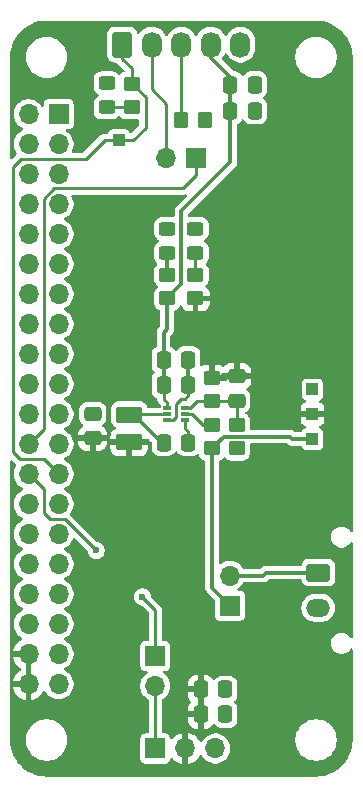
<source format=gbr>
%TF.GenerationSoftware,KiCad,Pcbnew,9.0.0*%
%TF.CreationDate,2025-04-11T15:19:07-05:00*%
%TF.ProjectId,RC-PCB,52432d50-4342-42e6-9b69-6361645f7063,rev?*%
%TF.SameCoordinates,Original*%
%TF.FileFunction,Copper,L1,Top*%
%TF.FilePolarity,Positive*%
%FSLAX46Y46*%
G04 Gerber Fmt 4.6, Leading zero omitted, Abs format (unit mm)*
G04 Created by KiCad (PCBNEW 9.0.0) date 2025-04-11 15:19:07*
%MOMM*%
%LPD*%
G01*
G04 APERTURE LIST*
G04 Aperture macros list*
%AMRoundRect*
0 Rectangle with rounded corners*
0 $1 Rounding radius*
0 $2 $3 $4 $5 $6 $7 $8 $9 X,Y pos of 4 corners*
0 Add a 4 corners polygon primitive as box body*
4,1,4,$2,$3,$4,$5,$6,$7,$8,$9,$2,$3,0*
0 Add four circle primitives for the rounded corners*
1,1,$1+$1,$2,$3*
1,1,$1+$1,$4,$5*
1,1,$1+$1,$6,$7*
1,1,$1+$1,$8,$9*
0 Add four rect primitives between the rounded corners*
20,1,$1+$1,$2,$3,$4,$5,0*
20,1,$1+$1,$4,$5,$6,$7,0*
20,1,$1+$1,$6,$7,$8,$9,0*
20,1,$1+$1,$8,$9,$2,$3,0*%
G04 Aperture macros list end*
%TA.AperFunction,SMDPad,CuDef*%
%ADD10RoundRect,0.250000X-0.450000X0.350000X-0.450000X-0.350000X0.450000X-0.350000X0.450000X0.350000X0*%
%TD*%
%TA.AperFunction,SMDPad,CuDef*%
%ADD11RoundRect,0.250000X0.450000X-0.350000X0.450000X0.350000X-0.450000X0.350000X-0.450000X-0.350000X0*%
%TD*%
%TA.AperFunction,SMDPad,CuDef*%
%ADD12RoundRect,0.250000X-0.337500X-0.475000X0.337500X-0.475000X0.337500X0.475000X-0.337500X0.475000X0*%
%TD*%
%TA.AperFunction,SMDPad,CuDef*%
%ADD13RoundRect,0.250000X-0.450000X0.325000X-0.450000X-0.325000X0.450000X-0.325000X0.450000X0.325000X0*%
%TD*%
%TA.AperFunction,ComponentPad*%
%ADD14RoundRect,0.250000X0.600000X-0.850000X0.600000X0.850000X-0.600000X0.850000X-0.600000X-0.850000X0*%
%TD*%
%TA.AperFunction,ComponentPad*%
%ADD15O,1.700000X2.200000*%
%TD*%
%TA.AperFunction,ComponentPad*%
%ADD16RoundRect,0.250001X-0.759999X0.499999X-0.759999X-0.499999X0.759999X-0.499999X0.759999X0.499999X0*%
%TD*%
%TA.AperFunction,ComponentPad*%
%ADD17O,2.020000X1.500000*%
%TD*%
%TA.AperFunction,SMDPad,CuDef*%
%ADD18RoundRect,0.250001X0.849999X-0.462499X0.849999X0.462499X-0.849999X0.462499X-0.849999X-0.462499X0*%
%TD*%
%TA.AperFunction,ComponentPad*%
%ADD19R,1.700000X1.700000*%
%TD*%
%TA.AperFunction,ComponentPad*%
%ADD20O,1.700000X1.700000*%
%TD*%
%TA.AperFunction,SMDPad,CuDef*%
%ADD21RoundRect,0.250000X0.475000X-0.337500X0.475000X0.337500X-0.475000X0.337500X-0.475000X-0.337500X0*%
%TD*%
%TA.AperFunction,SMDPad,CuDef*%
%ADD22RoundRect,0.250000X-0.350000X-0.450000X0.350000X-0.450000X0.350000X0.450000X-0.350000X0.450000X0*%
%TD*%
%TA.AperFunction,ComponentPad*%
%ADD23R,1.000000X1.000000*%
%TD*%
%TA.AperFunction,SMDPad,CuDef*%
%ADD24RoundRect,0.024800X-0.305200X-0.130200X0.305200X-0.130200X0.305200X0.130200X-0.305200X0.130200X0*%
%TD*%
%TA.AperFunction,ViaPad*%
%ADD25C,0.600000*%
%TD*%
%TA.AperFunction,Conductor*%
%ADD26C,0.300000*%
%TD*%
%TA.AperFunction,Conductor*%
%ADD27C,0.250000*%
%TD*%
G04 APERTURE END LIST*
D10*
%TO.P,R4,1*%
%TO.N,/Rev*%
X145100000Y-79100000D03*
%TO.P,R4,2*%
%TO.N,Net-(REV1-A)*%
X145100000Y-81100000D03*
%TD*%
D11*
%TO.P,R3,1*%
%TO.N,+5V*%
X150500000Y-97300000D03*
%TO.P,R3,2*%
%TO.N,Net-(5VPWR1-A)*%
X150500000Y-95300000D03*
%TD*%
D12*
%TO.P,C1,1*%
%TO.N,+12V*%
X153462500Y-79200000D03*
%TO.P,C1,2*%
%TO.N,GND*%
X155537500Y-79200000D03*
%TD*%
%TO.P,C2,1*%
%TO.N,+12V*%
X153462500Y-81400000D03*
%TO.P,C2,2*%
%TO.N,GND*%
X155537500Y-81400000D03*
%TD*%
D13*
%TO.P,REV1,1,K*%
%TO.N,GND*%
X143000000Y-79075000D03*
%TO.P,REV1,2,A*%
%TO.N,Net-(REV1-A)*%
X143000000Y-81125000D03*
%TD*%
D14*
%TO.P,Motor1,1,Pin_1*%
%TO.N,/Rev*%
X144300000Y-75800000D03*
D15*
%TO.P,Motor1,2,Pin_2*%
%TO.N,Net-(Motor1-Pin_2)*%
X146800000Y-75800000D03*
%TO.P,Motor1,3,Pin_3*%
%TO.N,Net-(Motor1-Pin_3)*%
X149300000Y-75800000D03*
%TO.P,Motor1,4,Pin_4*%
%TO.N,+12V*%
X151800000Y-75800000D03*
%TO.P,Motor1,5,Pin_5*%
%TO.N,GND*%
X154300000Y-75800000D03*
%TD*%
D10*
%TO.P,Ren,1*%
%TO.N,Net-(U1-EN)*%
X151900000Y-108000000D03*
%TO.P,Ren,2*%
%TO.N,+12V*%
X151900000Y-110000000D03*
%TD*%
D16*
%TO.P,Battery1,1,Pin_1*%
%TO.N,Net-(Battery1-Pin_1)*%
X160900000Y-120500000D03*
D17*
%TO.P,Battery1,2,Pin_2*%
%TO.N,GND*%
X160900000Y-123500000D03*
%TD*%
D18*
%TO.P,L1,1*%
%TO.N,+5V*%
X144900000Y-109462500D03*
%TO.P,L1,2*%
%TO.N,Net-(U1-SW)*%
X144900000Y-107137500D03*
%TD*%
D12*
%TO.P,Cin,1*%
%TO.N,+12V*%
X147812500Y-102500000D03*
%TO.P,Cin,2*%
%TO.N,GND*%
X149887500Y-102500000D03*
%TD*%
D19*
%TO.P,Power,1,A*%
%TO.N,+12V*%
X153400000Y-123300000D03*
D20*
%TO.P,Power,2,B*%
%TO.N,Net-(Battery1-Pin_1)*%
X153400000Y-120760000D03*
%TD*%
D10*
%TO.P,Rfbt,1*%
%TO.N,+5V*%
X151900000Y-104000000D03*
%TO.P,Rfbt,2*%
%TO.N,Net-(U1-FB)*%
X151900000Y-106000000D03*
%TD*%
D11*
%TO.P,Rfbb,1*%
%TO.N,GND*%
X154000000Y-110000000D03*
%TO.P,Rfbb,2*%
%TO.N,Net-(U1-FB)*%
X154000000Y-108000000D03*
%TD*%
D19*
%TO.P,Servo1,1,Pin_1*%
%TO.N,Net-(Servo1-Pin_1)*%
X147100000Y-135400000D03*
D20*
%TO.P,Servo1,2,Pin_2*%
%TO.N,+5V*%
X149640000Y-135400000D03*
%TO.P,Servo1,3,Pin_3*%
%TO.N,GND*%
X152180000Y-135400000D03*
%TD*%
D13*
%TO.P,5V,1,K*%
%TO.N,GND*%
X150500000Y-91387500D03*
%TO.P,5V,2,A*%
%TO.N,Net-(5VPWR1-A)*%
X150500000Y-93437500D03*
%TD*%
D21*
%TO.P,Cff,1*%
%TO.N,Net-(U1-FB)*%
X154000000Y-105937500D03*
%TO.P,Cff,2*%
%TO.N,+5V*%
X154000000Y-103862500D03*
%TD*%
D12*
%TO.P,Cinx,1*%
%TO.N,+12V*%
X147812500Y-104600000D03*
%TO.P,Cinx,2*%
%TO.N,GND*%
X149887500Y-104600000D03*
%TD*%
D22*
%TO.P,R1,1*%
%TO.N,Net-(Motor1-Pin_3)*%
X149300000Y-82200000D03*
%TO.P,R1,2*%
%TO.N,GND*%
X151300000Y-82200000D03*
%TD*%
D13*
%TO.P,12V,1,K*%
%TO.N,GND*%
X148100000Y-91387500D03*
%TO.P,12V,2,A*%
%TO.N,Net-(12VPWR1-A)*%
X148100000Y-93437500D03*
%TD*%
D12*
%TO.P,C5,1*%
%TO.N,+5V*%
X150962500Y-130400000D03*
%TO.P,C5,2*%
%TO.N,GND*%
X153037500Y-130400000D03*
%TD*%
D19*
%TO.P,Motor,1,A*%
%TO.N,/Motor_PWM*%
X150575000Y-85400000D03*
D20*
%TO.P,Motor,2,B*%
%TO.N,Net-(Motor1-Pin_2)*%
X148035000Y-85400000D03*
%TD*%
D12*
%TO.P,C4,1*%
%TO.N,+5V*%
X150962500Y-132500000D03*
%TO.P,C4,2*%
%TO.N,GND*%
X153037500Y-132500000D03*
%TD*%
D23*
%TO.P,+5V,1,1*%
%TO.N,+5V*%
X160400000Y-107100000D03*
%TD*%
D24*
%TO.P,U1,1,VIN*%
%TO.N,+12V*%
X148130000Y-106600000D03*
%TO.P,U1,2,SW*%
%TO.N,Net-(U1-SW)*%
X148130000Y-107100000D03*
%TO.P,U1,3,GND*%
%TO.N,GND*%
X148130000Y-107600000D03*
%TO.P,U1,4,BST*%
%TO.N,Net-(U1-BST)*%
X149600000Y-107600000D03*
%TO.P,U1,5,EN*%
%TO.N,Net-(U1-EN)*%
X149600000Y-107100000D03*
%TO.P,U1,6,FB*%
%TO.N,Net-(U1-FB)*%
X149600000Y-106600000D03*
%TD*%
D19*
%TO.P,Servo,1,A*%
%TO.N,/Servo_PWM*%
X147100000Y-127560000D03*
D20*
%TO.P,Servo,2,B*%
%TO.N,Net-(Servo1-Pin_1)*%
X147100000Y-130100000D03*
%TD*%
D23*
%TO.P,GND,1,1*%
%TO.N,GND*%
X160400000Y-105000000D03*
%TD*%
D11*
%TO.P,R2,1*%
%TO.N,+12V*%
X148100000Y-97300000D03*
%TO.P,R2,2*%
%TO.N,Net-(12VPWR1-A)*%
X148100000Y-95300000D03*
%TD*%
D23*
%TO.P,Rev2,1,1*%
%TO.N,/Rev*%
X144005000Y-83900000D03*
%TD*%
%TO.P,+12V,1,1*%
%TO.N,+12V*%
X160400000Y-109200000D03*
%TD*%
D21*
%TO.P,Cout,1*%
%TO.N,+5V*%
X141800000Y-109137500D03*
%TO.P,Cout,2*%
%TO.N,GND*%
X141800000Y-107062500D03*
%TD*%
D12*
%TO.P,Cboot,1*%
%TO.N,Net-(U1-SW)*%
X147812500Y-109500000D03*
%TO.P,Cboot,2*%
%TO.N,Net-(U1-BST)*%
X149887500Y-109500000D03*
%TD*%
D19*
%TO.P,GPIO,1,Pin_1*%
%TO.N,GND*%
X138905000Y-81695000D03*
D20*
%TO.P,GPIO,2,Pin_2*%
%TO.N,unconnected-(GPIO1-Pin_2-Pad2)*%
X136365000Y-81695000D03*
%TO.P,GPIO,3,Pin_3*%
%TO.N,unconnected-(GPIO1-Pin_3-Pad3)*%
X138905000Y-84235000D03*
%TO.P,GPIO,4,Pin_4*%
%TO.N,unconnected-(GPIO1-Pin_4-Pad4)*%
X136365000Y-84235000D03*
%TO.P,GPIO,5,Pin_5*%
%TO.N,unconnected-(GPIO1-Pin_5-Pad5)*%
X138905000Y-86775000D03*
%TO.P,GPIO,6,Pin_6*%
%TO.N,unconnected-(GPIO1-Pin_6-Pad6)*%
X136365000Y-86775000D03*
%TO.P,GPIO,7,Pin_7*%
%TO.N,unconnected-(GPIO1-Pin_7-Pad7)*%
X138905000Y-89315000D03*
%TO.P,GPIO,8,Pin_8*%
%TO.N,GND*%
X136365000Y-89315000D03*
%TO.P,GPIO,9,Pin_9*%
%TO.N,unconnected-(GPIO1-Pin_9-Pad9)*%
X138905000Y-91855000D03*
%TO.P,GPIO,10,Pin_10*%
%TO.N,unconnected-(GPIO1-Pin_10-Pad10)*%
X136365000Y-91855000D03*
%TO.P,GPIO,11,Pin_11*%
%TO.N,unconnected-(GPIO1-Pin_11-Pad11)*%
X138905000Y-94395000D03*
%TO.P,GPIO,12,Pin_12*%
%TO.N,GND*%
X136365000Y-94395000D03*
%TO.P,GPIO,13,Pin_13*%
%TO.N,unconnected-(GPIO1-Pin_13-Pad13)*%
X138905000Y-96935000D03*
%TO.P,GPIO,14,Pin_14*%
%TO.N,unconnected-(GPIO1-Pin_14-Pad14)*%
X136365000Y-96935000D03*
%TO.P,GPIO,15,Pin_15*%
%TO.N,GND*%
X138905000Y-99475000D03*
%TO.P,GPIO,16,Pin_16*%
%TO.N,unconnected-(GPIO1-Pin_16-Pad16)*%
X136365000Y-99475000D03*
%TO.P,GPIO,17,Pin_17*%
%TO.N,unconnected-(GPIO1-Pin_17-Pad17)*%
X138905000Y-102015000D03*
%TO.P,GPIO,18,Pin_18*%
%TO.N,unconnected-(GPIO1-Pin_18-Pad18)*%
X136365000Y-102015000D03*
%TO.P,GPIO,19,Pin_19*%
%TO.N,unconnected-(GPIO1-Pin_19-Pad19)*%
X138905000Y-104555000D03*
%TO.P,GPIO,20,Pin_20*%
%TO.N,unconnected-(GPIO1-Pin_20-Pad20)*%
X136365000Y-104555000D03*
%TO.P,GPIO,21,Pin_21*%
%TO.N,unconnected-(GPIO1-Pin_21-Pad21)*%
X138905000Y-107095000D03*
%TO.P,GPIO,22,Pin_22*%
%TO.N,GND*%
X136365000Y-107095000D03*
%TO.P,GPIO,23,Pin_23*%
%TO.N,unconnected-(GPIO1-Pin_23-Pad23)*%
X138905000Y-109635000D03*
%TO.P,GPIO,24,Pin_24*%
%TO.N,/Motor_PWM*%
X136365000Y-109635000D03*
%TO.P,GPIO,25,Pin_25*%
%TO.N,/Rev*%
X138905000Y-112175000D03*
%TO.P,GPIO,26,Pin_26*%
%TO.N,/Servo_PWM*%
X136365000Y-112175000D03*
%TO.P,GPIO,27,Pin_27*%
%TO.N,unconnected-(GPIO1-Pin_27-Pad27)*%
X138905000Y-114715000D03*
%TO.P,GPIO,28,Pin_28*%
%TO.N,GND*%
X136365000Y-114715000D03*
%TO.P,GPIO,29,Pin_29*%
%TO.N,unconnected-(GPIO1-Pin_29-Pad29)*%
X138905000Y-117255000D03*
%TO.P,GPIO,30,Pin_30*%
%TO.N,unconnected-(GPIO1-Pin_30-Pad30)*%
X136365000Y-117255000D03*
%TO.P,GPIO,31,Pin_31*%
%TO.N,GND*%
X138905000Y-119795000D03*
%TO.P,GPIO,32,Pin_32*%
%TO.N,unconnected-(GPIO1-Pin_32-Pad32)*%
X136365000Y-119795000D03*
%TO.P,GPIO,33,Pin_33*%
%TO.N,unconnected-(GPIO1-Pin_33-Pad33)*%
X138905000Y-122335000D03*
%TO.P,GPIO,34,Pin_34*%
%TO.N,unconnected-(GPIO1-Pin_34-Pad34)*%
X136365000Y-122335000D03*
%TO.P,GPIO,35,Pin_35*%
%TO.N,unconnected-(GPIO1-Pin_35-Pad35)*%
X138905000Y-124875000D03*
%TO.P,GPIO,36,Pin_36*%
%TO.N,GND*%
X136365000Y-124875000D03*
%TO.P,GPIO,37,Pin_37*%
%TO.N,unconnected-(GPIO1-Pin_37-Pad37)*%
X138905000Y-127415000D03*
%TO.P,GPIO,38,Pin_38*%
%TO.N,+5V*%
X136365000Y-127415000D03*
%TO.P,GPIO,39,Pin_39*%
%TO.N,unconnected-(GPIO1-Pin_39-Pad39)*%
X138905000Y-129955000D03*
%TO.P,GPIO,40,Pin_40*%
%TO.N,+5V*%
X136365000Y-129955000D03*
%TD*%
D25*
%TO.N,+5V*%
X150962500Y-130400000D03*
%TO.N,+12V*%
X153462500Y-81400000D03*
X151900000Y-110000000D03*
X147812500Y-102520000D03*
%TO.N,GND*%
X155500000Y-79200000D03*
X150500000Y-91387500D03*
X143000000Y-79075000D03*
X149887500Y-102500000D03*
X148100000Y-91387500D03*
X151300000Y-82200000D03*
X155537500Y-81400000D03*
X153037500Y-132500000D03*
X154000000Y-110000000D03*
X141800000Y-107062500D03*
X153037500Y-130400000D03*
%TO.N,/Servo_PWM*%
X142085000Y-118635000D03*
X146005000Y-122555000D03*
%TD*%
D26*
%TO.N,+12V*%
X147812500Y-104600000D02*
X147812500Y-102500000D01*
X151900000Y-121800000D02*
X151900000Y-110000000D01*
X152900000Y-109000000D02*
X158500000Y-109000000D01*
D27*
X147812500Y-105812500D02*
X147812500Y-104600000D01*
D26*
X149300000Y-96100000D02*
X148100000Y-97300000D01*
X153462500Y-78562500D02*
X153462500Y-81400000D01*
X147812500Y-100187500D02*
X148100000Y-99900000D01*
D27*
X147812500Y-102520000D02*
X147812500Y-102500000D01*
D26*
X158700000Y-109200000D02*
X160400000Y-109200000D01*
D27*
X148130000Y-106600000D02*
X148130000Y-106130000D01*
D26*
X151900000Y-110000000D02*
X152900000Y-109000000D01*
X153462500Y-81400000D02*
X153462500Y-85737500D01*
X149300000Y-89900000D02*
X149300000Y-96040000D01*
X158500000Y-109000000D02*
X158700000Y-109200000D01*
X153462500Y-85737500D02*
X149300000Y-89900000D01*
X153400000Y-123300000D02*
X151900000Y-121800000D01*
X151800000Y-75800000D02*
X151800000Y-76900000D01*
X151800000Y-76900000D02*
X153462500Y-78562500D01*
D27*
X148130000Y-106130000D02*
X147812500Y-105812500D01*
D26*
X149300000Y-96040000D02*
X149300000Y-96100000D01*
X148100000Y-99900000D02*
X148100000Y-97300000D01*
X147812500Y-102500000D02*
X147812500Y-100187500D01*
D27*
%TO.N,Net-(5VPWR1-A)*%
X150500000Y-95300000D02*
X150500000Y-93437500D01*
%TO.N,GND*%
X148600000Y-107600000D02*
X148880000Y-107320000D01*
D26*
X149887500Y-104600000D02*
X149887500Y-102500000D01*
D27*
X149300000Y-105800000D02*
X149600000Y-105800000D01*
X149887500Y-105512500D02*
X149887500Y-104600000D01*
X149600000Y-105800000D02*
X149887500Y-105512500D01*
X148880000Y-107320000D02*
X148880000Y-106220000D01*
X148880000Y-106220000D02*
X149300000Y-105800000D01*
X148130000Y-107600000D02*
X148600000Y-107600000D01*
D26*
%TO.N,Net-(12VPWR1-A)*%
X148100000Y-95300000D02*
X148100000Y-93437500D01*
%TO.N,Net-(Battery1-Pin_1)*%
X156240000Y-120760000D02*
X153400000Y-120760000D01*
X156500000Y-120500000D02*
X156240000Y-120760000D01*
X160900000Y-120500000D02*
X156500000Y-120500000D01*
D27*
%TO.N,Net-(U1-BST)*%
X149600000Y-107600000D02*
X149600000Y-108300000D01*
X149600000Y-108300000D02*
X149887500Y-108587500D01*
X149887500Y-108587500D02*
X149887500Y-109500000D01*
%TO.N,Net-(U1-SW)*%
X144937500Y-107100000D02*
X144900000Y-107137500D01*
X147662500Y-109500000D02*
X147812500Y-109500000D01*
X144900000Y-107137500D02*
X145300000Y-107137500D01*
D26*
X145300000Y-107137500D02*
X147662500Y-109500000D01*
D27*
X148130000Y-107100000D02*
X144937500Y-107100000D01*
%TO.N,Net-(U1-FB)*%
X151900000Y-106000000D02*
X153937500Y-106000000D01*
X150000000Y-106600000D02*
X150600000Y-106000000D01*
X154000000Y-105937500D02*
X154000000Y-108000000D01*
X150600000Y-106000000D02*
X151900000Y-106000000D01*
X149600000Y-106600000D02*
X150000000Y-106600000D01*
X153937500Y-106000000D02*
X154000000Y-105937500D01*
%TO.N,/Servo_PWM*%
X142085000Y-118635000D02*
X139450000Y-116000000D01*
X139450000Y-116000000D02*
X138200000Y-116000000D01*
X147100000Y-127560000D02*
X147100000Y-123650000D01*
X138200000Y-116000000D02*
X137650000Y-115450000D01*
X137650000Y-115450000D02*
X137650000Y-113460000D01*
X147100000Y-123650000D02*
X146005000Y-122555000D01*
X137650000Y-113460000D02*
X136365000Y-112175000D01*
%TO.N,/Rev*%
X137650000Y-110920000D02*
X135640000Y-110920000D01*
X135050000Y-86170000D02*
X135720000Y-85500000D01*
X144300000Y-77000000D02*
X145100000Y-77800000D01*
X141200000Y-85500000D02*
X142800000Y-83900000D01*
X146270000Y-82830000D02*
X146270000Y-80270000D01*
X145200000Y-83900000D02*
X146270000Y-82830000D01*
X135720000Y-85500000D02*
X141200000Y-85500000D01*
X145100000Y-77800000D02*
X145100000Y-79100000D01*
X138905000Y-112175000D02*
X137650000Y-110920000D01*
X144300000Y-75800000D02*
X144300000Y-77000000D01*
X146270000Y-80270000D02*
X145100000Y-79100000D01*
X135050000Y-110330000D02*
X135050000Y-86170000D01*
X144005000Y-83900000D02*
X145200000Y-83900000D01*
X135640000Y-110920000D02*
X135050000Y-110330000D01*
X142800000Y-83900000D02*
X144005000Y-83900000D01*
%TO.N,/Motor_PWM*%
X137640000Y-108360000D02*
X137640000Y-88860000D01*
X138549000Y-87951000D02*
X149449000Y-87951000D01*
X150575000Y-86825000D02*
X150575000Y-85400000D01*
X149449000Y-87951000D02*
X150575000Y-86825000D01*
X137640000Y-88860000D02*
X138549000Y-87951000D01*
X136365000Y-109635000D02*
X137640000Y-108360000D01*
%TO.N,Net-(Motor1-Pin_3)*%
X149300000Y-75800000D02*
X149300000Y-82200000D01*
%TO.N,Net-(Motor1-Pin_2)*%
X148035000Y-80835000D02*
X146800000Y-79600000D01*
X146800000Y-79600000D02*
X146800000Y-75800000D01*
X148035000Y-85400000D02*
X148035000Y-80835000D01*
%TO.N,Net-(REV1-A)*%
X143000000Y-81125000D02*
X145075000Y-81125000D01*
X145075000Y-81125000D02*
X145100000Y-81100000D01*
%TO.N,Net-(U1-EN)*%
X150200000Y-107100000D02*
X151100000Y-108000000D01*
X151100000Y-108000000D02*
X151900000Y-108000000D01*
X149600000Y-107100000D02*
X150200000Y-107100000D01*
%TO.N,Net-(Servo1-Pin_1)*%
X147100000Y-135400000D02*
X147100000Y-130100000D01*
%TD*%
%TA.AperFunction,Conductor*%
%TO.N,+5V*%
G36*
X160707728Y-73775642D02*
G01*
X161023539Y-73792193D01*
X161034356Y-73793329D01*
X161344051Y-73842381D01*
X161354686Y-73844642D01*
X161657543Y-73925792D01*
X161667878Y-73929150D01*
X161960588Y-74041511D01*
X161970530Y-74045937D01*
X162249891Y-74188278D01*
X162259319Y-74193721D01*
X162522275Y-74364488D01*
X162531081Y-74370887D01*
X162774732Y-74568191D01*
X162782822Y-74575475D01*
X163004524Y-74797177D01*
X163011808Y-74805267D01*
X163209112Y-75048918D01*
X163215511Y-75057724D01*
X163386278Y-75320680D01*
X163391721Y-75330108D01*
X163534062Y-75609469D01*
X163538489Y-75619414D01*
X163650846Y-75912112D01*
X163654210Y-75922465D01*
X163735355Y-76225306D01*
X163737619Y-76235954D01*
X163786669Y-76545639D01*
X163787806Y-76556465D01*
X163804357Y-76872271D01*
X163804500Y-76877714D01*
X163804500Y-116976844D01*
X163784638Y-117037974D01*
X163732638Y-117075754D01*
X163668362Y-117075754D01*
X163616362Y-117037974D01*
X163614027Y-117034623D01*
X163547813Y-116935526D01*
X163424474Y-116812187D01*
X163279442Y-116715280D01*
X163279440Y-116715279D01*
X163118294Y-116648530D01*
X163118294Y-116648529D01*
X163044972Y-116633945D01*
X162947214Y-116614500D01*
X162772786Y-116614500D01*
X162687247Y-116631514D01*
X162601705Y-116648529D01*
X162601705Y-116648530D01*
X162440559Y-116715279D01*
X162440557Y-116715280D01*
X162295528Y-116812185D01*
X162295520Y-116812192D01*
X162172192Y-116935520D01*
X162172185Y-116935528D01*
X162075280Y-117080557D01*
X162075279Y-117080559D01*
X162008530Y-117241705D01*
X162008529Y-117241705D01*
X161985996Y-117354991D01*
X161974500Y-117412786D01*
X161974500Y-117587214D01*
X161976322Y-117596372D01*
X162008529Y-117758294D01*
X162075279Y-117919440D01*
X162075280Y-117919442D01*
X162172187Y-118064474D01*
X162295526Y-118187813D01*
X162440558Y-118284720D01*
X162601705Y-118351469D01*
X162601705Y-118351470D01*
X162601708Y-118351470D01*
X162601709Y-118351471D01*
X162772786Y-118385500D01*
X162772791Y-118385500D01*
X162947209Y-118385500D01*
X162947214Y-118385500D01*
X163118291Y-118351471D01*
X163118292Y-118351470D01*
X163118294Y-118351470D01*
X163118294Y-118351469D01*
X163279442Y-118284720D01*
X163424474Y-118187813D01*
X163547813Y-118064474D01*
X163614029Y-117965374D01*
X163664503Y-117925583D01*
X163728729Y-117923060D01*
X163782173Y-117958769D01*
X163804420Y-118019072D01*
X163804500Y-118023155D01*
X163804500Y-125976844D01*
X163784638Y-126037974D01*
X163732638Y-126075754D01*
X163668362Y-126075754D01*
X163616362Y-126037974D01*
X163614027Y-126034623D01*
X163608832Y-126026848D01*
X163547813Y-125935526D01*
X163424474Y-125812187D01*
X163279442Y-125715280D01*
X163279440Y-125715279D01*
X163118294Y-125648530D01*
X163118294Y-125648529D01*
X163044972Y-125633945D01*
X162947214Y-125614500D01*
X162772786Y-125614500D01*
X162687247Y-125631514D01*
X162601705Y-125648529D01*
X162601705Y-125648530D01*
X162440559Y-125715279D01*
X162440557Y-125715280D01*
X162295528Y-125812185D01*
X162295520Y-125812192D01*
X162172192Y-125935520D01*
X162172185Y-125935528D01*
X162075280Y-126080557D01*
X162075279Y-126080559D01*
X162008530Y-126241705D01*
X162008529Y-126241705D01*
X161991292Y-126328364D01*
X161974500Y-126412786D01*
X161974500Y-126587214D01*
X161991514Y-126672752D01*
X162008529Y-126758294D01*
X162073440Y-126915000D01*
X162075280Y-126919442D01*
X162172187Y-127064474D01*
X162295526Y-127187813D01*
X162440558Y-127284720D01*
X162601705Y-127351469D01*
X162601705Y-127351470D01*
X162601708Y-127351470D01*
X162601709Y-127351471D01*
X162772786Y-127385500D01*
X162772791Y-127385500D01*
X162947209Y-127385500D01*
X162947214Y-127385500D01*
X163118291Y-127351471D01*
X163118292Y-127351470D01*
X163118294Y-127351470D01*
X163118294Y-127351469D01*
X163279442Y-127284720D01*
X163424474Y-127187813D01*
X163547813Y-127064474D01*
X163614029Y-126965374D01*
X163664503Y-126925583D01*
X163728729Y-126923060D01*
X163782173Y-126958769D01*
X163804420Y-127019072D01*
X163804500Y-127023155D01*
X163804500Y-134672285D01*
X163804357Y-134677728D01*
X163787806Y-134993534D01*
X163786669Y-135004360D01*
X163737619Y-135314045D01*
X163735355Y-135324693D01*
X163654210Y-135627534D01*
X163650846Y-135637887D01*
X163538489Y-135930585D01*
X163534062Y-135940530D01*
X163391721Y-136219891D01*
X163386278Y-136229319D01*
X163215511Y-136492275D01*
X163209112Y-136501081D01*
X163011808Y-136744732D01*
X163004524Y-136752822D01*
X162782822Y-136974524D01*
X162774732Y-136981808D01*
X162531081Y-137179112D01*
X162522275Y-137185511D01*
X162259319Y-137356278D01*
X162249891Y-137361721D01*
X161970530Y-137504062D01*
X161960585Y-137508489D01*
X161667887Y-137620846D01*
X161657534Y-137624210D01*
X161354693Y-137705355D01*
X161344045Y-137707619D01*
X161034360Y-137756669D01*
X161023534Y-137757806D01*
X160707729Y-137774357D01*
X160702286Y-137774500D01*
X137907714Y-137774500D01*
X137902271Y-137774357D01*
X137586465Y-137757806D01*
X137575639Y-137756669D01*
X137265954Y-137707619D01*
X137255306Y-137705355D01*
X136952465Y-137624210D01*
X136942112Y-137620846D01*
X136649414Y-137508489D01*
X136639469Y-137504062D01*
X136360108Y-137361721D01*
X136350680Y-137356278D01*
X136087724Y-137185511D01*
X136078918Y-137179112D01*
X135835267Y-136981808D01*
X135827177Y-136974524D01*
X135605475Y-136752822D01*
X135598191Y-136744732D01*
X135400887Y-136501081D01*
X135394488Y-136492275D01*
X135223721Y-136229319D01*
X135218278Y-136219891D01*
X135212419Y-136208393D01*
X135075935Y-135940527D01*
X135071510Y-135930585D01*
X135067415Y-135919917D01*
X134959150Y-135637878D01*
X134955792Y-135627543D01*
X134874642Y-135324686D01*
X134872380Y-135314045D01*
X134870157Y-135300012D01*
X134823329Y-135004356D01*
X134822193Y-134993534D01*
X134817935Y-134912291D01*
X134805643Y-134677728D01*
X134805500Y-134672285D01*
X134805500Y-134560255D01*
X136154500Y-134560255D01*
X136154500Y-134789744D01*
X136184450Y-135017225D01*
X136184453Y-135017241D01*
X136243840Y-135238880D01*
X136243839Y-135238880D01*
X136274974Y-135314045D01*
X136331656Y-135450888D01*
X136446389Y-135649612D01*
X136586081Y-135831661D01*
X136748339Y-135993919D01*
X136930388Y-136133611D01*
X137129112Y-136248344D01*
X137341113Y-136336158D01*
X137341116Y-136336158D01*
X137341119Y-136336160D01*
X137406966Y-136353803D01*
X137562762Y-136395548D01*
X137691080Y-136412441D01*
X137790255Y-136425499D01*
X137790262Y-136425499D01*
X137790266Y-136425500D01*
X137790269Y-136425500D01*
X138019731Y-136425500D01*
X138019734Y-136425500D01*
X138019738Y-136425499D01*
X138019744Y-136425499D01*
X138089787Y-136416277D01*
X138247238Y-136395548D01*
X138468887Y-136336158D01*
X138680888Y-136248344D01*
X138879612Y-136133611D01*
X139061661Y-135993919D01*
X139223919Y-135831661D01*
X139363611Y-135649612D01*
X139478344Y-135450888D01*
X139566158Y-135238887D01*
X139625548Y-135017238D01*
X139655500Y-134789734D01*
X139655500Y-134560266D01*
X139625548Y-134332762D01*
X139566158Y-134111113D01*
X139478344Y-133899112D01*
X139363611Y-133700388D01*
X139223919Y-133518339D01*
X139061661Y-133356081D01*
X138879612Y-133216389D01*
X138680888Y-133101656D01*
X138669047Y-133096751D01*
X138468880Y-133013839D01*
X138280164Y-132963274D01*
X138247238Y-132954452D01*
X138247230Y-132954450D01*
X138247225Y-132954450D01*
X138019744Y-132924500D01*
X138019734Y-132924500D01*
X137790266Y-132924500D01*
X137790255Y-132924500D01*
X137562774Y-132954450D01*
X137562766Y-132954451D01*
X137562762Y-132954452D01*
X137562758Y-132954452D01*
X137562758Y-132954453D01*
X137341119Y-133013839D01*
X137129118Y-133101653D01*
X137129114Y-133101655D01*
X136930385Y-133216391D01*
X136748337Y-133356082D01*
X136586082Y-133518337D01*
X136488507Y-133645499D01*
X136446389Y-133700388D01*
X136432180Y-133724999D01*
X136331655Y-133899114D01*
X136331653Y-133899118D01*
X136243839Y-134111119D01*
X136184453Y-134332758D01*
X136184450Y-134332774D01*
X136154500Y-134560255D01*
X134805500Y-134560255D01*
X134805500Y-111108031D01*
X134825362Y-111046901D01*
X134877362Y-111009121D01*
X134941638Y-111009121D01*
X134983039Y-111034492D01*
X135199854Y-111251307D01*
X135199859Y-111251313D01*
X135291008Y-111342462D01*
X135320189Y-111399732D01*
X135310134Y-111463216D01*
X135301607Y-111477130D01*
X135278375Y-111509105D01*
X135278369Y-111509114D01*
X135187581Y-111687296D01*
X135125785Y-111877485D01*
X135094500Y-112075008D01*
X135094500Y-112274991D01*
X135125785Y-112472514D01*
X135187581Y-112662704D01*
X135187583Y-112662708D01*
X135278367Y-112840880D01*
X135278371Y-112840887D01*
X135395917Y-113002675D01*
X135537325Y-113144083D01*
X135699113Y-113261629D01*
X135699119Y-113261632D01*
X135877133Y-113352336D01*
X135922582Y-113397786D01*
X135932636Y-113461270D01*
X135903456Y-113518540D01*
X135877133Y-113537664D01*
X135699119Y-113628367D01*
X135699112Y-113628372D01*
X135537323Y-113745918D01*
X135395918Y-113887323D01*
X135278372Y-114049112D01*
X135278367Y-114049119D01*
X135187583Y-114227291D01*
X135187581Y-114227295D01*
X135125785Y-114417485D01*
X135094500Y-114615008D01*
X135094500Y-114814991D01*
X135125785Y-115012514D01*
X135187581Y-115202704D01*
X135187583Y-115202708D01*
X135278367Y-115380880D01*
X135278371Y-115380887D01*
X135395917Y-115542675D01*
X135537325Y-115684083D01*
X135699113Y-115801629D01*
X135699119Y-115801632D01*
X135877133Y-115892336D01*
X135922582Y-115937786D01*
X135932636Y-116001270D01*
X135903456Y-116058540D01*
X135877133Y-116077664D01*
X135699119Y-116168367D01*
X135699112Y-116168372D01*
X135537323Y-116285918D01*
X135395918Y-116427323D01*
X135395917Y-116427325D01*
X135278371Y-116589113D01*
X135278370Y-116589114D01*
X135278367Y-116589119D01*
X135187583Y-116767291D01*
X135187581Y-116767295D01*
X135125785Y-116957485D01*
X135125784Y-116957488D01*
X135125784Y-116957490D01*
X135094500Y-117155009D01*
X135094500Y-117354991D01*
X135113910Y-117477543D01*
X135125785Y-117552514D01*
X135187581Y-117742704D01*
X135187583Y-117742708D01*
X135278367Y-117920880D01*
X135278371Y-117920887D01*
X135395917Y-118082675D01*
X135537325Y-118224083D01*
X135699113Y-118341629D01*
X135699119Y-118341632D01*
X135877133Y-118432336D01*
X135922582Y-118477786D01*
X135932636Y-118541270D01*
X135903456Y-118598540D01*
X135877133Y-118617664D01*
X135699119Y-118708367D01*
X135699114Y-118708370D01*
X135699113Y-118708371D01*
X135638217Y-118752614D01*
X135537323Y-118825918D01*
X135395918Y-118967323D01*
X135278372Y-119129112D01*
X135278367Y-119129119D01*
X135187583Y-119307291D01*
X135187581Y-119307295D01*
X135125785Y-119497485D01*
X135125784Y-119497488D01*
X135125784Y-119497490D01*
X135094500Y-119695009D01*
X135094500Y-119894991D01*
X135118019Y-120043486D01*
X135125785Y-120092514D01*
X135187581Y-120282704D01*
X135187583Y-120282708D01*
X135278367Y-120460880D01*
X135278371Y-120460887D01*
X135395917Y-120622675D01*
X135537325Y-120764083D01*
X135699113Y-120881629D01*
X135699119Y-120881632D01*
X135877133Y-120972336D01*
X135922582Y-121017786D01*
X135932636Y-121081270D01*
X135903456Y-121138540D01*
X135877133Y-121157664D01*
X135699119Y-121248367D01*
X135699112Y-121248372D01*
X135537323Y-121365918D01*
X135395918Y-121507323D01*
X135322614Y-121608217D01*
X135317020Y-121615918D01*
X135278372Y-121669112D01*
X135278367Y-121669119D01*
X135187583Y-121847291D01*
X135187581Y-121847295D01*
X135125785Y-122037485D01*
X135125784Y-122037488D01*
X135125784Y-122037490D01*
X135094500Y-122235009D01*
X135094500Y-122434991D01*
X135121774Y-122607194D01*
X135125785Y-122632514D01*
X135187581Y-122822704D01*
X135187583Y-122822708D01*
X135278367Y-123000880D01*
X135278371Y-123000887D01*
X135395917Y-123162675D01*
X135537325Y-123304083D01*
X135699113Y-123421629D01*
X135699119Y-123421632D01*
X135877133Y-123512336D01*
X135922582Y-123557786D01*
X135932636Y-123621270D01*
X135903456Y-123678540D01*
X135877133Y-123697664D01*
X135699119Y-123788367D01*
X135699112Y-123788372D01*
X135537323Y-123905918D01*
X135395918Y-124047323D01*
X135395917Y-124047325D01*
X135297274Y-124183096D01*
X135278372Y-124209112D01*
X135278367Y-124209119D01*
X135187583Y-124387291D01*
X135187581Y-124387295D01*
X135125785Y-124577485D01*
X135125784Y-124577488D01*
X135125784Y-124577490D01*
X135124635Y-124584744D01*
X135094500Y-124775008D01*
X135094500Y-124974991D01*
X135125785Y-125172514D01*
X135187581Y-125362704D01*
X135187583Y-125362708D01*
X135278367Y-125540880D01*
X135278371Y-125540887D01*
X135395917Y-125702675D01*
X135537325Y-125844083D01*
X135699113Y-125961629D01*
X135789579Y-126007724D01*
X135835027Y-126053172D01*
X135845082Y-126116656D01*
X135815901Y-126173926D01*
X135789577Y-126193051D01*
X135657457Y-126260369D01*
X135657445Y-126260377D01*
X135485532Y-126385279D01*
X135335279Y-126535532D01*
X135210377Y-126707445D01*
X135210375Y-126707447D01*
X135113906Y-126896779D01*
X135048243Y-127098869D01*
X135037769Y-127165000D01*
X135931988Y-127165000D01*
X135899075Y-127222007D01*
X135865000Y-127349174D01*
X135865000Y-127480826D01*
X135899075Y-127607993D01*
X135931988Y-127665000D01*
X135037769Y-127665000D01*
X135048243Y-127731130D01*
X135113906Y-127933220D01*
X135210375Y-128122552D01*
X135210377Y-128122554D01*
X135335279Y-128294467D01*
X135485532Y-128444720D01*
X135657445Y-128569622D01*
X135657457Y-128569630D01*
X135702020Y-128592336D01*
X135747470Y-128637785D01*
X135757525Y-128701270D01*
X135728344Y-128758539D01*
X135702020Y-128777664D01*
X135657457Y-128800369D01*
X135657445Y-128800377D01*
X135485532Y-128925279D01*
X135335279Y-129075532D01*
X135210377Y-129247445D01*
X135210375Y-129247447D01*
X135113906Y-129436779D01*
X135048243Y-129638869D01*
X135037769Y-129705000D01*
X135931988Y-129705000D01*
X135899075Y-129762007D01*
X135865000Y-129889174D01*
X135865000Y-130020826D01*
X135899075Y-130147993D01*
X135931988Y-130205000D01*
X135037769Y-130205000D01*
X135048243Y-130271130D01*
X135113906Y-130473220D01*
X135210375Y-130662552D01*
X135210377Y-130662554D01*
X135335279Y-130834467D01*
X135485532Y-130984720D01*
X135657445Y-131109622D01*
X135657447Y-131109624D01*
X135846779Y-131206093D01*
X135846778Y-131206093D01*
X136048869Y-131271756D01*
X136115000Y-131282230D01*
X136115000Y-130388012D01*
X136172007Y-130420925D01*
X136299174Y-130455000D01*
X136430826Y-130455000D01*
X136557993Y-130420925D01*
X136615000Y-130388012D01*
X136615000Y-131282230D01*
X136681130Y-131271756D01*
X136883220Y-131206093D01*
X137072552Y-131109624D01*
X137072554Y-131109622D01*
X137244467Y-130984720D01*
X137394720Y-130834467D01*
X137519622Y-130662554D01*
X137519623Y-130662552D01*
X137586947Y-130530422D01*
X137632397Y-130484973D01*
X137695881Y-130474917D01*
X137753151Y-130504098D01*
X137772276Y-130530422D01*
X137818364Y-130620875D01*
X137818367Y-130620880D01*
X137818371Y-130620887D01*
X137935917Y-130782675D01*
X138077325Y-130924083D01*
X138239113Y-131041629D01*
X138417297Y-131132419D01*
X138607490Y-131194216D01*
X138805009Y-131225500D01*
X138805013Y-131225500D01*
X139004987Y-131225500D01*
X139004991Y-131225500D01*
X139202510Y-131194216D01*
X139392703Y-131132419D01*
X139570887Y-131041629D01*
X139732675Y-130924083D01*
X139874083Y-130782675D01*
X139991629Y-130620887D01*
X140082419Y-130442703D01*
X140144216Y-130252510D01*
X140175500Y-130054991D01*
X140175500Y-129855009D01*
X140144216Y-129657490D01*
X140082419Y-129467297D01*
X139991629Y-129289113D01*
X139874083Y-129127325D01*
X139732675Y-128985917D01*
X139570887Y-128868371D01*
X139570880Y-128868367D01*
X139570875Y-128868364D01*
X139392867Y-128777664D01*
X139347417Y-128732215D01*
X139337362Y-128668730D01*
X139366543Y-128611461D01*
X139392867Y-128592336D01*
X139570875Y-128501635D01*
X139570874Y-128501635D01*
X139570887Y-128501629D01*
X139732675Y-128384083D01*
X139874083Y-128242675D01*
X139991629Y-128080887D01*
X140082419Y-127902703D01*
X140144216Y-127712510D01*
X140175500Y-127514991D01*
X140175500Y-127315009D01*
X140144216Y-127117490D01*
X140082419Y-126927297D01*
X139991629Y-126749113D01*
X139874083Y-126587325D01*
X139732675Y-126445917D01*
X139570887Y-126328371D01*
X139570880Y-126328367D01*
X139570875Y-126328364D01*
X139392867Y-126237664D01*
X139347417Y-126192215D01*
X139337362Y-126128730D01*
X139366543Y-126071461D01*
X139392867Y-126052336D01*
X139570875Y-125961635D01*
X139570874Y-125961635D01*
X139570887Y-125961629D01*
X139732675Y-125844083D01*
X139874083Y-125702675D01*
X139991629Y-125540887D01*
X140082419Y-125362703D01*
X140144216Y-125172510D01*
X140175500Y-124974991D01*
X140175500Y-124775009D01*
X140144216Y-124577490D01*
X140082419Y-124387297D01*
X139991629Y-124209113D01*
X139874083Y-124047325D01*
X139732675Y-123905917D01*
X139570887Y-123788371D01*
X139570880Y-123788367D01*
X139570875Y-123788364D01*
X139392867Y-123697664D01*
X139347417Y-123652215D01*
X139337362Y-123588730D01*
X139366543Y-123531461D01*
X139392867Y-123512336D01*
X139570875Y-123421635D01*
X139570874Y-123421635D01*
X139570887Y-123421629D01*
X139732675Y-123304083D01*
X139874083Y-123162675D01*
X139991629Y-123000887D01*
X140082419Y-122822703D01*
X140144216Y-122632510D01*
X140167732Y-122484037D01*
X145284500Y-122484037D01*
X145284500Y-122625963D01*
X145312189Y-122765162D01*
X145366501Y-122896285D01*
X145366502Y-122896287D01*
X145445347Y-123014287D01*
X145445349Y-123014290D01*
X145445351Y-123014292D01*
X145545708Y-123114649D01*
X145663715Y-123193499D01*
X145794838Y-123247811D01*
X145928074Y-123274314D01*
X145981323Y-123302776D01*
X146524039Y-123845492D01*
X146553220Y-123902762D01*
X146554500Y-123919031D01*
X146554500Y-126185500D01*
X146534638Y-126246630D01*
X146482638Y-126284410D01*
X146450500Y-126289500D01*
X146216909Y-126289500D01*
X146216901Y-126289501D01*
X146176515Y-126295897D01*
X146118438Y-126305095D01*
X146118436Y-126305096D01*
X146118435Y-126305096D01*
X145999755Y-126365566D01*
X145905566Y-126459755D01*
X145845095Y-126578436D01*
X145829500Y-126676902D01*
X145829500Y-128443090D01*
X145829501Y-128443096D01*
X145845095Y-128541562D01*
X145845096Y-128541563D01*
X145845096Y-128541564D01*
X145894123Y-128637786D01*
X145905567Y-128660245D01*
X145999755Y-128754433D01*
X146118438Y-128814905D01*
X146216903Y-128830500D01*
X146365736Y-128830499D01*
X146426864Y-128850361D01*
X146464645Y-128902361D01*
X146464645Y-128966636D01*
X146426865Y-129018636D01*
X146426865Y-129018637D01*
X146272323Y-129130918D01*
X146130918Y-129272323D01*
X146057614Y-129373217D01*
X146019973Y-129425027D01*
X146013372Y-129434112D01*
X146013367Y-129434119D01*
X145922583Y-129612291D01*
X145922581Y-129612295D01*
X145860785Y-129802485D01*
X145860784Y-129802488D01*
X145860784Y-129802490D01*
X145829500Y-130000009D01*
X145829500Y-130199991D01*
X145839322Y-130262007D01*
X145860785Y-130397514D01*
X145922581Y-130587704D01*
X145922583Y-130587708D01*
X146013367Y-130765880D01*
X146013371Y-130765887D01*
X146130917Y-130927675D01*
X146272325Y-131069083D01*
X146434113Y-131186629D01*
X146472313Y-131206093D01*
X146497714Y-131219035D01*
X146543164Y-131264484D01*
X146554500Y-131311700D01*
X146554500Y-134025500D01*
X146534638Y-134086630D01*
X146482638Y-134124410D01*
X146450500Y-134129500D01*
X146216909Y-134129500D01*
X146216901Y-134129501D01*
X146176515Y-134135897D01*
X146118438Y-134145095D01*
X146118436Y-134145096D01*
X146118435Y-134145096D01*
X145999755Y-134205566D01*
X145905566Y-134299755D01*
X145845095Y-134418436D01*
X145829500Y-134516902D01*
X145829500Y-136283090D01*
X145829501Y-136283096D01*
X145845095Y-136381562D01*
X145845096Y-136381563D01*
X145845096Y-136381564D01*
X145905566Y-136500244D01*
X145999755Y-136594433D01*
X146110956Y-136651093D01*
X146118438Y-136654905D01*
X146216903Y-136670500D01*
X147983096Y-136670499D01*
X148081562Y-136654905D01*
X148200245Y-136594433D01*
X148294433Y-136500245D01*
X148354905Y-136381562D01*
X148370500Y-136283097D01*
X148370499Y-136269520D01*
X148390358Y-136208393D01*
X148442356Y-136170610D01*
X148506631Y-136170606D01*
X148558633Y-136208384D01*
X148558636Y-136208388D01*
X148610273Y-136279459D01*
X148610281Y-136279469D01*
X148760532Y-136429720D01*
X148932445Y-136554622D01*
X148932447Y-136554624D01*
X149121779Y-136651093D01*
X149121778Y-136651093D01*
X149323869Y-136716756D01*
X149390000Y-136727230D01*
X149390000Y-135833012D01*
X149447007Y-135865925D01*
X149574174Y-135900000D01*
X149705826Y-135900000D01*
X149832993Y-135865925D01*
X149890000Y-135833012D01*
X149890000Y-136727230D01*
X149956130Y-136716756D01*
X150158220Y-136651093D01*
X150347552Y-136554624D01*
X150347554Y-136554622D01*
X150519467Y-136429720D01*
X150669720Y-136279467D01*
X150794622Y-136107554D01*
X150794623Y-136107552D01*
X150861947Y-135975422D01*
X150907397Y-135929973D01*
X150970881Y-135919917D01*
X151028151Y-135949098D01*
X151047276Y-135975422D01*
X151093364Y-136065875D01*
X151093367Y-136065880D01*
X151093371Y-136065887D01*
X151210917Y-136227675D01*
X151352325Y-136369083D01*
X151514113Y-136486629D01*
X151692297Y-136577419D01*
X151882490Y-136639216D01*
X152080009Y-136670500D01*
X152080013Y-136670500D01*
X152279987Y-136670500D01*
X152279991Y-136670500D01*
X152477510Y-136639216D01*
X152667703Y-136577419D01*
X152845887Y-136486629D01*
X153007675Y-136369083D01*
X153149083Y-136227675D01*
X153266629Y-136065887D01*
X153357419Y-135887703D01*
X153419216Y-135697510D01*
X153450500Y-135499991D01*
X153450500Y-135300009D01*
X153419216Y-135102490D01*
X153357419Y-134912297D01*
X153266629Y-134734113D01*
X153149083Y-134572325D01*
X153137013Y-134560255D01*
X158954500Y-134560255D01*
X158954500Y-134789744D01*
X158984450Y-135017225D01*
X158984453Y-135017241D01*
X159043840Y-135238880D01*
X159043839Y-135238880D01*
X159074974Y-135314045D01*
X159131656Y-135450888D01*
X159246389Y-135649612D01*
X159386081Y-135831661D01*
X159548339Y-135993919D01*
X159730388Y-136133611D01*
X159929112Y-136248344D01*
X160141113Y-136336158D01*
X160141116Y-136336158D01*
X160141119Y-136336160D01*
X160206966Y-136353803D01*
X160362762Y-136395548D01*
X160491080Y-136412441D01*
X160590255Y-136425499D01*
X160590262Y-136425499D01*
X160590266Y-136425500D01*
X160590269Y-136425500D01*
X160819731Y-136425500D01*
X160819734Y-136425500D01*
X160819738Y-136425499D01*
X160819744Y-136425499D01*
X160889787Y-136416277D01*
X161047238Y-136395548D01*
X161268887Y-136336158D01*
X161480888Y-136248344D01*
X161679612Y-136133611D01*
X161861661Y-135993919D01*
X162023919Y-135831661D01*
X162163611Y-135649612D01*
X162278344Y-135450888D01*
X162366158Y-135238887D01*
X162425548Y-135017238D01*
X162455500Y-134789734D01*
X162455500Y-134560266D01*
X162425548Y-134332762D01*
X162366158Y-134111113D01*
X162278344Y-133899112D01*
X162163611Y-133700388D01*
X162023919Y-133518339D01*
X161861661Y-133356081D01*
X161679612Y-133216389D01*
X161480888Y-133101656D01*
X161469047Y-133096751D01*
X161268880Y-133013839D01*
X161080164Y-132963274D01*
X161047238Y-132954452D01*
X161047230Y-132954450D01*
X161047225Y-132954450D01*
X160819744Y-132924500D01*
X160819734Y-132924500D01*
X160590266Y-132924500D01*
X160590255Y-132924500D01*
X160362774Y-132954450D01*
X160362766Y-132954451D01*
X160362762Y-132954452D01*
X160362758Y-132954452D01*
X160362758Y-132954453D01*
X160141119Y-133013839D01*
X159929118Y-133101653D01*
X159929114Y-133101655D01*
X159730385Y-133216391D01*
X159548337Y-133356082D01*
X159386082Y-133518337D01*
X159288507Y-133645499D01*
X159246389Y-133700388D01*
X159232180Y-133724999D01*
X159131655Y-133899114D01*
X159131653Y-133899118D01*
X159043839Y-134111119D01*
X158984453Y-134332758D01*
X158984450Y-134332774D01*
X158954500Y-134560255D01*
X153137013Y-134560255D01*
X153007675Y-134430917D01*
X152845887Y-134313371D01*
X152845882Y-134313368D01*
X152845880Y-134313367D01*
X152667708Y-134222583D01*
X152667704Y-134222581D01*
X152477514Y-134160785D01*
X152477512Y-134160784D01*
X152477510Y-134160784D01*
X152279991Y-134129500D01*
X152080009Y-134129500D01*
X152080008Y-134129500D01*
X151994638Y-134143021D01*
X151882490Y-134160784D01*
X151882488Y-134160784D01*
X151882485Y-134160785D01*
X151692295Y-134222581D01*
X151692291Y-134222583D01*
X151514119Y-134313367D01*
X151514112Y-134313372D01*
X151352323Y-134430918D01*
X151210918Y-134572323D01*
X151093372Y-134734112D01*
X151093367Y-134734119D01*
X151047276Y-134824578D01*
X151001826Y-134870027D01*
X150938342Y-134880081D01*
X150881072Y-134850900D01*
X150861947Y-134824577D01*
X150794624Y-134692447D01*
X150794622Y-134692445D01*
X150669720Y-134520532D01*
X150519467Y-134370279D01*
X150347554Y-134245377D01*
X150347552Y-134245375D01*
X150158220Y-134148906D01*
X150158221Y-134148906D01*
X149956126Y-134083241D01*
X149890000Y-134072767D01*
X149890000Y-134966988D01*
X149832993Y-134934075D01*
X149705826Y-134900000D01*
X149574174Y-134900000D01*
X149447007Y-134934075D01*
X149390000Y-134966988D01*
X149390000Y-134072768D01*
X149389999Y-134072767D01*
X149323873Y-134083241D01*
X149121779Y-134148906D01*
X148932447Y-134245375D01*
X148932445Y-134245377D01*
X148760532Y-134370279D01*
X148610281Y-134520530D01*
X148610273Y-134520540D01*
X148558636Y-134591612D01*
X148506636Y-134629392D01*
X148442361Y-134629392D01*
X148390361Y-134591611D01*
X148370499Y-134530482D01*
X148370499Y-134516909D01*
X148370499Y-134516904D01*
X148354905Y-134418438D01*
X148294433Y-134299755D01*
X148200245Y-134205567D01*
X148200244Y-134205566D01*
X148081563Y-134145095D01*
X147983097Y-134129500D01*
X147749500Y-134129500D01*
X147688370Y-134109638D01*
X147650590Y-134057638D01*
X147645500Y-134025500D01*
X147645500Y-133024979D01*
X149875001Y-133024979D01*
X149885493Y-133127691D01*
X149885495Y-133127698D01*
X149940640Y-133294118D01*
X149940643Y-133294125D01*
X150032680Y-133443340D01*
X150032684Y-133443345D01*
X150156654Y-133567315D01*
X150156659Y-133567319D01*
X150305874Y-133659356D01*
X150305881Y-133659359D01*
X150472302Y-133714505D01*
X150472307Y-133714506D01*
X150575013Y-133724999D01*
X150712499Y-133724999D01*
X151212500Y-133724999D01*
X151349975Y-133724999D01*
X151349979Y-133724998D01*
X151452691Y-133714506D01*
X151452698Y-133714504D01*
X151619118Y-133659359D01*
X151619125Y-133659356D01*
X151768340Y-133567319D01*
X151768345Y-133567315D01*
X151892315Y-133443345D01*
X151892319Y-133443340D01*
X151958109Y-133336678D01*
X152007105Y-133295076D01*
X152071197Y-133290219D01*
X152125903Y-133323962D01*
X152135626Y-133337471D01*
X152168316Y-133391546D01*
X152283454Y-133506684D01*
X152422789Y-133590916D01*
X152422793Y-133590918D01*
X152422797Y-133590920D01*
X152578251Y-133639361D01*
X152645805Y-133645500D01*
X153429194Y-133645499D01*
X153429198Y-133645498D01*
X153429208Y-133645498D01*
X153442688Y-133644272D01*
X153496749Y-133639361D01*
X153652203Y-133590920D01*
X153791547Y-133506683D01*
X153906683Y-133391547D01*
X153990920Y-133252203D01*
X154039361Y-133096749D01*
X154045500Y-133029195D01*
X154045499Y-131970806D01*
X154039361Y-131903251D01*
X153990920Y-131747797D01*
X153990918Y-131747793D01*
X153990916Y-131747789D01*
X153906684Y-131608454D01*
X153821769Y-131523539D01*
X153792588Y-131466269D01*
X153802643Y-131402785D01*
X153821769Y-131376461D01*
X153854890Y-131343340D01*
X153906683Y-131291547D01*
X153990920Y-131152203D01*
X154039361Y-130996749D01*
X154045500Y-130929195D01*
X154045499Y-129870806D01*
X154039361Y-129803251D01*
X153990920Y-129647797D01*
X153990918Y-129647793D01*
X153990916Y-129647789D01*
X153906684Y-129508454D01*
X153791545Y-129393315D01*
X153652210Y-129309083D01*
X153652203Y-129309080D01*
X153588126Y-129289113D01*
X153496749Y-129260639D01*
X153496746Y-129260638D01*
X153496744Y-129260638D01*
X153456201Y-129256954D01*
X153429195Y-129254500D01*
X153429191Y-129254500D01*
X152645807Y-129254500D01*
X152645791Y-129254501D01*
X152578251Y-129260639D01*
X152422796Y-129309080D01*
X152422789Y-129309083D01*
X152283454Y-129393315D01*
X152168315Y-129508454D01*
X152135625Y-129562529D01*
X152087002Y-129604566D01*
X152022956Y-129609995D01*
X151967951Y-129576742D01*
X151958109Y-129563321D01*
X151892319Y-129456659D01*
X151892315Y-129456654D01*
X151768345Y-129332684D01*
X151768340Y-129332680D01*
X151619125Y-129240643D01*
X151619118Y-129240640D01*
X151452697Y-129185494D01*
X151452692Y-129185493D01*
X151349995Y-129175000D01*
X151212500Y-129175000D01*
X151212500Y-133724999D01*
X150712499Y-133724999D01*
X150712500Y-133724998D01*
X150712500Y-132750000D01*
X149875001Y-132750000D01*
X149875001Y-133024979D01*
X147645500Y-133024979D01*
X147645500Y-131975004D01*
X149875000Y-131975004D01*
X149875000Y-132250000D01*
X150712500Y-132250000D01*
X150712500Y-130650000D01*
X149875001Y-130650000D01*
X149875001Y-130924979D01*
X149885493Y-131027691D01*
X149885495Y-131027698D01*
X149940640Y-131194118D01*
X149940643Y-131194125D01*
X150032680Y-131343340D01*
X150032684Y-131343345D01*
X150065800Y-131376461D01*
X150094981Y-131433731D01*
X150084926Y-131497215D01*
X150065800Y-131523539D01*
X150032684Y-131556654D01*
X150032680Y-131556659D01*
X149940643Y-131705874D01*
X149940640Y-131705881D01*
X149885494Y-131872302D01*
X149885493Y-131872307D01*
X149875000Y-131975004D01*
X147645500Y-131975004D01*
X147645500Y-131311700D01*
X147665362Y-131250570D01*
X147702286Y-131219035D01*
X147765887Y-131186629D01*
X147927675Y-131069083D01*
X148069083Y-130927675D01*
X148186629Y-130765887D01*
X148277419Y-130587703D01*
X148339216Y-130397510D01*
X148370500Y-130199991D01*
X148370500Y-130000009D01*
X148350701Y-129875004D01*
X149875000Y-129875004D01*
X149875000Y-130150000D01*
X150712500Y-130150000D01*
X150712500Y-129175000D01*
X150575025Y-129175000D01*
X150575020Y-129175001D01*
X150472308Y-129185493D01*
X150472301Y-129185495D01*
X150305881Y-129240640D01*
X150305874Y-129240643D01*
X150156659Y-129332680D01*
X150156654Y-129332684D01*
X150032684Y-129456654D01*
X150032680Y-129456659D01*
X149940643Y-129605874D01*
X149940640Y-129605881D01*
X149885494Y-129772302D01*
X149885493Y-129772307D01*
X149875000Y-129875004D01*
X148350701Y-129875004D01*
X148350036Y-129870807D01*
X148339216Y-129802490D01*
X148289017Y-129647993D01*
X148277419Y-129612297D01*
X148186629Y-129434113D01*
X148069083Y-129272325D01*
X147927675Y-129130917D01*
X147773132Y-129018635D01*
X147735354Y-128966637D01*
X147735354Y-128902361D01*
X147773134Y-128850361D01*
X147834264Y-128830499D01*
X147983091Y-128830499D01*
X147983096Y-128830499D01*
X148081562Y-128814905D01*
X148200245Y-128754433D01*
X148294433Y-128660245D01*
X148354905Y-128541562D01*
X148370500Y-128443097D01*
X148370499Y-126676904D01*
X148354905Y-126578438D01*
X148294433Y-126459755D01*
X148200245Y-126365567D01*
X148200244Y-126365566D01*
X148081563Y-126305095D01*
X147983097Y-126289500D01*
X147749500Y-126289500D01*
X147688370Y-126269638D01*
X147650590Y-126217638D01*
X147645500Y-126185500D01*
X147645500Y-123578184D01*
X147645499Y-123578179D01*
X147608326Y-123439449D01*
X147608325Y-123439445D01*
X147587742Y-123403794D01*
X147536512Y-123315059D01*
X147536507Y-123315053D01*
X147431318Y-123209864D01*
X147431307Y-123209854D01*
X146752776Y-122531323D01*
X146724314Y-122478074D01*
X146697811Y-122344838D01*
X146643499Y-122213715D01*
X146564649Y-122095708D01*
X146464292Y-121995351D01*
X146464290Y-121995349D01*
X146464287Y-121995347D01*
X146346287Y-121916502D01*
X146312811Y-121902636D01*
X146215162Y-121862189D01*
X146215160Y-121862188D01*
X146215159Y-121862188D01*
X146140266Y-121847291D01*
X146075963Y-121834500D01*
X145934037Y-121834500D01*
X145873062Y-121846629D01*
X145794840Y-121862188D01*
X145663712Y-121916502D01*
X145545712Y-121995347D01*
X145545704Y-121995354D01*
X145445354Y-122095704D01*
X145445347Y-122095712D01*
X145366502Y-122213712D01*
X145312188Y-122344840D01*
X145298182Y-122415255D01*
X145284500Y-122484037D01*
X140167732Y-122484037D01*
X140175500Y-122434991D01*
X140175500Y-122235009D01*
X140144216Y-122037490D01*
X140082419Y-121847297D01*
X139991629Y-121669113D01*
X139874083Y-121507325D01*
X139732675Y-121365917D01*
X139570887Y-121248371D01*
X139570880Y-121248367D01*
X139570875Y-121248364D01*
X139392867Y-121157664D01*
X139347417Y-121112215D01*
X139337362Y-121048730D01*
X139366543Y-120991461D01*
X139392867Y-120972336D01*
X139570875Y-120881635D01*
X139570874Y-120881635D01*
X139570887Y-120881629D01*
X139732675Y-120764083D01*
X139874083Y-120622675D01*
X139991629Y-120460887D01*
X140082419Y-120282703D01*
X140144216Y-120092510D01*
X140175500Y-119894991D01*
X140175500Y-119695009D01*
X140144216Y-119497490D01*
X140082419Y-119307297D01*
X139991629Y-119129113D01*
X139874083Y-118967325D01*
X139732675Y-118825917D01*
X139570887Y-118708371D01*
X139570880Y-118708367D01*
X139570875Y-118708364D01*
X139392867Y-118617664D01*
X139347417Y-118572215D01*
X139337362Y-118508730D01*
X139366543Y-118451461D01*
X139392867Y-118432336D01*
X139570875Y-118341635D01*
X139570874Y-118341635D01*
X139570887Y-118341629D01*
X139732675Y-118224083D01*
X139874083Y-118082675D01*
X139991629Y-117920887D01*
X140082419Y-117742703D01*
X140113068Y-117648371D01*
X140150848Y-117596373D01*
X140211977Y-117576510D01*
X140273107Y-117596372D01*
X140285517Y-117606971D01*
X141337223Y-118658676D01*
X141365686Y-118711925D01*
X141392188Y-118845160D01*
X141446502Y-118976287D01*
X141525347Y-119094287D01*
X141525349Y-119094290D01*
X141525351Y-119094292D01*
X141625708Y-119194649D01*
X141743715Y-119273499D01*
X141874838Y-119327811D01*
X142014037Y-119355500D01*
X142014040Y-119355500D01*
X142155960Y-119355500D01*
X142155963Y-119355500D01*
X142295162Y-119327811D01*
X142426285Y-119273499D01*
X142544292Y-119194649D01*
X142644649Y-119094292D01*
X142723499Y-118976285D01*
X142777811Y-118845162D01*
X142805500Y-118705963D01*
X142805500Y-118564037D01*
X142777811Y-118424838D01*
X142723499Y-118293715D01*
X142652738Y-118187814D01*
X142644652Y-118175712D01*
X142644650Y-118175710D01*
X142644649Y-118175708D01*
X142544292Y-118075351D01*
X142544290Y-118075349D01*
X142544287Y-118075347D01*
X142426287Y-117996502D01*
X142426285Y-117996501D01*
X142295162Y-117942189D01*
X142161925Y-117915685D01*
X142108678Y-117887224D01*
X139892439Y-115670986D01*
X139892419Y-115670966D01*
X139890601Y-115669147D01*
X139882447Y-115653134D01*
X139879445Y-115655136D01*
X139879443Y-115655133D01*
X139882445Y-115653131D01*
X139876350Y-115641160D01*
X139861440Y-115611897D01*
X139861442Y-115611881D01*
X139861436Y-115611869D01*
X139866297Y-115581228D01*
X139871495Y-115548413D01*
X139871507Y-115548393D01*
X139871508Y-115548388D01*
X139871513Y-115548382D01*
X139880017Y-115534506D01*
X139991629Y-115380887D01*
X140082419Y-115202703D01*
X140144216Y-115012510D01*
X140175500Y-114814991D01*
X140175500Y-114615009D01*
X140144216Y-114417490D01*
X140082419Y-114227297D01*
X139991629Y-114049113D01*
X139874083Y-113887325D01*
X139732675Y-113745917D01*
X139570887Y-113628371D01*
X139570880Y-113628367D01*
X139570875Y-113628364D01*
X139392867Y-113537664D01*
X139347417Y-113492215D01*
X139337362Y-113428730D01*
X139366543Y-113371461D01*
X139392867Y-113352336D01*
X139570875Y-113261635D01*
X139570874Y-113261635D01*
X139570887Y-113261629D01*
X139732675Y-113144083D01*
X139874083Y-113002675D01*
X139991629Y-112840887D01*
X140082419Y-112662703D01*
X140144216Y-112472510D01*
X140175500Y-112274991D01*
X140175500Y-112075009D01*
X140144216Y-111877490D01*
X140082419Y-111687297D01*
X139991629Y-111509113D01*
X139874083Y-111347325D01*
X139732675Y-111205917D01*
X139570887Y-111088371D01*
X139570880Y-111088367D01*
X139570875Y-111088364D01*
X139392867Y-110997664D01*
X139347417Y-110952215D01*
X139337362Y-110888730D01*
X139366543Y-110831461D01*
X139392867Y-110812336D01*
X139570875Y-110721635D01*
X139570874Y-110721635D01*
X139570887Y-110721629D01*
X139732675Y-110604083D01*
X139874083Y-110462675D01*
X139991629Y-110300887D01*
X140082419Y-110122703D01*
X140144216Y-109932510D01*
X140175500Y-109734991D01*
X140175500Y-109535009D01*
X140173911Y-109524979D01*
X140575001Y-109524979D01*
X140585493Y-109627691D01*
X140585495Y-109627698D01*
X140640640Y-109794118D01*
X140640643Y-109794125D01*
X140732680Y-109943340D01*
X140732684Y-109943345D01*
X140856654Y-110067315D01*
X140856659Y-110067319D01*
X141005874Y-110159356D01*
X141005881Y-110159359D01*
X141172302Y-110214505D01*
X141172307Y-110214506D01*
X141275013Y-110224999D01*
X141550000Y-110224999D01*
X142050000Y-110224999D01*
X142324975Y-110224999D01*
X142324979Y-110224998D01*
X142427691Y-110214506D01*
X142427698Y-110214504D01*
X142594118Y-110159359D01*
X142594125Y-110159356D01*
X142743340Y-110067319D01*
X142743345Y-110067315D01*
X142835666Y-109974994D01*
X143300000Y-109974994D01*
X143310493Y-110077691D01*
X143310494Y-110077696D01*
X143365640Y-110244117D01*
X143365643Y-110244124D01*
X143457680Y-110393339D01*
X143457684Y-110393344D01*
X143581655Y-110517315D01*
X143581660Y-110517319D01*
X143730875Y-110609356D01*
X143730882Y-110609359D01*
X143897303Y-110664505D01*
X143897308Y-110664506D01*
X144000005Y-110674999D01*
X144000024Y-110675000D01*
X144650000Y-110675000D01*
X145150000Y-110675000D01*
X145799976Y-110675000D01*
X145799994Y-110674999D01*
X145902691Y-110664506D01*
X145902696Y-110664505D01*
X146069117Y-110609359D01*
X146069124Y-110609356D01*
X146218339Y-110517319D01*
X146218344Y-110517315D01*
X146342315Y-110393344D01*
X146342319Y-110393339D01*
X146434356Y-110244124D01*
X146434359Y-110244117D01*
X146489505Y-110077696D01*
X146489506Y-110077691D01*
X146499999Y-109974994D01*
X146500000Y-109974976D01*
X146500000Y-109712500D01*
X145150000Y-109712500D01*
X145150000Y-110675000D01*
X144650000Y-110675000D01*
X144650000Y-109712500D01*
X143300000Y-109712500D01*
X143300000Y-109974994D01*
X142835666Y-109974994D01*
X142867315Y-109943345D01*
X142867319Y-109943340D01*
X142959356Y-109794125D01*
X142959360Y-109794115D01*
X143011519Y-109636710D01*
X143011519Y-109636709D01*
X143011520Y-109636707D01*
X143014504Y-109627699D01*
X143014506Y-109627692D01*
X143024999Y-109524995D01*
X143025000Y-109524977D01*
X143025000Y-109387500D01*
X142050000Y-109387500D01*
X142050000Y-110224999D01*
X141550000Y-110224999D01*
X141550000Y-109387500D01*
X140575001Y-109387500D01*
X140575001Y-109524979D01*
X140173911Y-109524979D01*
X140144216Y-109337490D01*
X140082419Y-109147297D01*
X139991629Y-108969113D01*
X139874083Y-108807325D01*
X139816762Y-108750004D01*
X140575000Y-108750004D01*
X140575000Y-108887500D01*
X143024999Y-108887500D01*
X143024999Y-108750024D01*
X143024998Y-108750020D01*
X143014506Y-108647308D01*
X143014504Y-108647301D01*
X142959359Y-108480881D01*
X142959356Y-108480874D01*
X142867319Y-108331659D01*
X142867315Y-108331654D01*
X142743345Y-108207684D01*
X142743343Y-108207683D01*
X142636677Y-108141890D01*
X142595076Y-108092893D01*
X142590220Y-108028802D01*
X142623963Y-107974096D01*
X142637472Y-107964373D01*
X142691545Y-107931684D01*
X142691544Y-107931684D01*
X142691547Y-107931683D01*
X142806683Y-107816547D01*
X142863990Y-107721750D01*
X142890916Y-107677210D01*
X142890916Y-107677208D01*
X142890920Y-107677203D01*
X142939361Y-107521749D01*
X142945500Y-107454195D01*
X142945499Y-106670806D01*
X142945498Y-106670803D01*
X142945498Y-106670791D01*
X142943863Y-106652807D01*
X142939361Y-106603251D01*
X142890920Y-106447797D01*
X142890918Y-106447793D01*
X142890916Y-106447789D01*
X142806684Y-106308454D01*
X142691545Y-106193315D01*
X142552210Y-106109083D01*
X142552203Y-106109080D01*
X142396749Y-106060639D01*
X142396746Y-106060638D01*
X142396744Y-106060638D01*
X142356201Y-106056954D01*
X142329195Y-106054500D01*
X142329191Y-106054500D01*
X141270807Y-106054500D01*
X141270791Y-106054501D01*
X141203251Y-106060639D01*
X141047796Y-106109080D01*
X141047789Y-106109083D01*
X140908454Y-106193315D01*
X140793315Y-106308454D01*
X140709083Y-106447789D01*
X140709080Y-106447796D01*
X140660640Y-106603248D01*
X140660638Y-106603255D01*
X140654500Y-106670800D01*
X140654500Y-107454192D01*
X140654501Y-107454208D01*
X140660229Y-107517245D01*
X140660639Y-107521749D01*
X140683711Y-107595791D01*
X140709080Y-107677203D01*
X140709083Y-107677210D01*
X140793315Y-107816545D01*
X140908453Y-107931683D01*
X140962528Y-107964373D01*
X141004565Y-108012996D01*
X141009995Y-108077041D01*
X140976743Y-108132047D01*
X140963322Y-108141890D01*
X140856656Y-108207683D01*
X140856654Y-108207684D01*
X140732684Y-108331654D01*
X140732680Y-108331659D01*
X140640643Y-108480874D01*
X140640640Y-108480881D01*
X140585494Y-108647302D01*
X140585493Y-108647307D01*
X140575000Y-108750004D01*
X139816762Y-108750004D01*
X139732675Y-108665917D01*
X139570887Y-108548371D01*
X139570880Y-108548367D01*
X139570875Y-108548364D01*
X139392867Y-108457664D01*
X139347417Y-108412215D01*
X139337362Y-108348730D01*
X139366543Y-108291461D01*
X139392867Y-108272336D01*
X139570875Y-108181635D01*
X139570874Y-108181635D01*
X139570887Y-108181629D01*
X139732675Y-108064083D01*
X139874083Y-107922675D01*
X139991629Y-107760887D01*
X140082419Y-107582703D01*
X140144216Y-107392510D01*
X140175500Y-107194991D01*
X140175500Y-106995009D01*
X140144216Y-106797490D01*
X140082419Y-106607297D01*
X140080359Y-106603255D01*
X140001149Y-106447797D01*
X139991629Y-106429113D01*
X139874083Y-106267325D01*
X139732675Y-106125917D01*
X139570887Y-106008371D01*
X139570880Y-106008367D01*
X139570875Y-106008364D01*
X139392867Y-105917664D01*
X139347417Y-105872215D01*
X139337362Y-105808730D01*
X139366543Y-105751461D01*
X139392867Y-105732336D01*
X139570875Y-105641635D01*
X139570874Y-105641635D01*
X139570887Y-105641629D01*
X139732675Y-105524083D01*
X139874083Y-105382675D01*
X139991629Y-105220887D01*
X140082419Y-105042703D01*
X140144216Y-104852510D01*
X140175500Y-104654991D01*
X140175500Y-104455009D01*
X140144216Y-104257490D01*
X140082419Y-104067297D01*
X139991629Y-103889113D01*
X139874083Y-103727325D01*
X139732675Y-103585917D01*
X139570887Y-103468371D01*
X139570880Y-103468367D01*
X139570875Y-103468364D01*
X139392867Y-103377664D01*
X139347417Y-103332215D01*
X139337362Y-103268730D01*
X139366543Y-103211461D01*
X139392867Y-103192336D01*
X139570875Y-103101635D01*
X139570874Y-103101635D01*
X139570887Y-103101629D01*
X139732675Y-102984083D01*
X139874083Y-102842675D01*
X139991629Y-102680887D01*
X140082419Y-102502703D01*
X140144216Y-102312510D01*
X140175500Y-102114991D01*
X140175500Y-101915009D01*
X140144216Y-101717490D01*
X140082419Y-101527297D01*
X139991629Y-101349113D01*
X139874083Y-101187325D01*
X139732675Y-101045917D01*
X139570887Y-100928371D01*
X139570880Y-100928367D01*
X139570875Y-100928364D01*
X139392867Y-100837664D01*
X139347417Y-100792215D01*
X139337362Y-100728730D01*
X139366543Y-100671461D01*
X139392867Y-100652336D01*
X139570875Y-100561635D01*
X139570874Y-100561635D01*
X139570887Y-100561629D01*
X139732675Y-100444083D01*
X139874083Y-100302675D01*
X139991629Y-100140887D01*
X140082419Y-99962703D01*
X140144216Y-99772510D01*
X140175500Y-99574991D01*
X140175500Y-99375009D01*
X140144216Y-99177490D01*
X140082419Y-98987297D01*
X139991629Y-98809113D01*
X139874083Y-98647325D01*
X139732675Y-98505917D01*
X139570887Y-98388371D01*
X139570880Y-98388367D01*
X139570875Y-98388364D01*
X139392867Y-98297664D01*
X139347417Y-98252215D01*
X139337362Y-98188730D01*
X139366543Y-98131461D01*
X139392867Y-98112336D01*
X139570875Y-98021635D01*
X139570874Y-98021635D01*
X139570887Y-98021629D01*
X139732675Y-97904083D01*
X139874083Y-97762675D01*
X139991629Y-97600887D01*
X140082419Y-97422703D01*
X140144216Y-97232510D01*
X140175500Y-97034991D01*
X140175500Y-96835009D01*
X140144216Y-96637490D01*
X140082419Y-96447297D01*
X139991629Y-96269113D01*
X139874083Y-96107325D01*
X139732675Y-95965917D01*
X139570887Y-95848371D01*
X139570880Y-95848367D01*
X139570875Y-95848364D01*
X139392867Y-95757664D01*
X139347417Y-95712215D01*
X139337362Y-95648730D01*
X139366543Y-95591461D01*
X139392867Y-95572336D01*
X139570875Y-95481635D01*
X139570874Y-95481635D01*
X139570887Y-95481629D01*
X139732675Y-95364083D01*
X139874083Y-95222675D01*
X139991629Y-95060887D01*
X140082419Y-94882703D01*
X140144216Y-94692510D01*
X140175500Y-94494991D01*
X140175500Y-94295009D01*
X140144216Y-94097490D01*
X140082419Y-93907297D01*
X139991629Y-93729113D01*
X139874083Y-93567325D01*
X139732675Y-93425917D01*
X139570887Y-93308371D01*
X139570880Y-93308367D01*
X139570875Y-93308364D01*
X139392867Y-93217664D01*
X139347417Y-93172215D01*
X139337362Y-93108730D01*
X139366543Y-93051461D01*
X139392867Y-93032336D01*
X139570875Y-92941635D01*
X139570874Y-92941635D01*
X139570887Y-92941629D01*
X139732675Y-92824083D01*
X139874083Y-92682675D01*
X139991629Y-92520887D01*
X140082419Y-92342703D01*
X140144216Y-92152510D01*
X140175500Y-91954991D01*
X140175500Y-91755009D01*
X140144216Y-91557490D01*
X140082419Y-91367297D01*
X139991629Y-91189113D01*
X139874083Y-91027325D01*
X139732675Y-90885917D01*
X139570887Y-90768371D01*
X139570880Y-90768367D01*
X139570875Y-90768364D01*
X139392867Y-90677664D01*
X139347417Y-90632215D01*
X139337362Y-90568730D01*
X139366543Y-90511461D01*
X139392867Y-90492336D01*
X139570875Y-90401635D01*
X139570874Y-90401635D01*
X139570887Y-90401629D01*
X139732675Y-90284083D01*
X139874083Y-90142675D01*
X139991629Y-89980887D01*
X140082419Y-89802703D01*
X140144216Y-89612510D01*
X140175500Y-89414991D01*
X140175500Y-89215009D01*
X140144216Y-89017490D01*
X140082419Y-88827297D01*
X139991629Y-88649113D01*
X139991628Y-88649112D01*
X139990917Y-88647716D01*
X139980861Y-88584231D01*
X140010042Y-88526961D01*
X140067311Y-88497780D01*
X140083581Y-88496500D01*
X149520816Y-88496500D01*
X149520817Y-88496500D01*
X149659364Y-88459376D01*
X149723549Y-88462739D01*
X149773501Y-88503189D01*
X149790138Y-88565274D01*
X149767104Y-88625281D01*
X149759819Y-88633371D01*
X148949705Y-89443486D01*
X148843487Y-89549703D01*
X148768379Y-89679791D01*
X148768377Y-89679797D01*
X148729500Y-89824885D01*
X148729500Y-90289508D01*
X148709638Y-90350638D01*
X148657638Y-90388418D01*
X148616089Y-90393080D01*
X148604195Y-90392000D01*
X148604192Y-90392000D01*
X147595807Y-90392000D01*
X147595791Y-90392001D01*
X147528251Y-90398139D01*
X147372796Y-90446580D01*
X147372789Y-90446583D01*
X147233454Y-90530815D01*
X147118315Y-90645954D01*
X147034083Y-90785289D01*
X147034080Y-90785296D01*
X146985640Y-90940748D01*
X146985638Y-90940755D01*
X146979500Y-91008300D01*
X146979500Y-91766692D01*
X146979501Y-91766708D01*
X146985639Y-91834248D01*
X147034080Y-91989703D01*
X147034083Y-91989710D01*
X147118315Y-92129045D01*
X147233453Y-92244183D01*
X147364656Y-92323499D01*
X147406693Y-92372122D01*
X147412123Y-92436167D01*
X147378871Y-92491173D01*
X147364656Y-92501501D01*
X147233453Y-92580816D01*
X147118315Y-92695954D01*
X147034083Y-92835289D01*
X147034080Y-92835296D01*
X146985640Y-92990748D01*
X146985638Y-92990755D01*
X146979500Y-93058300D01*
X146979500Y-93816692D01*
X146979501Y-93816708D01*
X146985229Y-93879745D01*
X146985639Y-93884249D01*
X146992821Y-93907297D01*
X147034080Y-94039703D01*
X147034083Y-94039710D01*
X147118315Y-94179045D01*
X147221981Y-94282711D01*
X147251162Y-94339981D01*
X147241107Y-94403465D01*
X147221981Y-94429789D01*
X147118315Y-94533454D01*
X147034083Y-94672789D01*
X147034080Y-94672796D01*
X146985640Y-94828248D01*
X146985638Y-94828255D01*
X146979500Y-94895800D01*
X146979500Y-95704192D01*
X146979501Y-95704208D01*
X146984352Y-95757581D01*
X146985639Y-95771749D01*
X147021653Y-95887323D01*
X147034080Y-95927203D01*
X147034083Y-95927210D01*
X147118315Y-96066545D01*
X147233453Y-96181683D01*
X147281946Y-96210999D01*
X147323984Y-96259622D01*
X147329413Y-96323668D01*
X147296160Y-96378673D01*
X147281946Y-96389001D01*
X147233453Y-96418316D01*
X147118315Y-96533454D01*
X147034083Y-96672789D01*
X147034080Y-96672796D01*
X146985640Y-96828248D01*
X146985638Y-96828255D01*
X146979500Y-96895800D01*
X146979500Y-97704192D01*
X146979501Y-97704208D01*
X146985639Y-97771748D01*
X147034080Y-97927203D01*
X147034083Y-97927210D01*
X147118315Y-98066545D01*
X147233454Y-98181684D01*
X147372789Y-98265916D01*
X147372795Y-98265919D01*
X147372797Y-98265920D01*
X147456442Y-98291984D01*
X147508893Y-98329132D01*
X147529492Y-98390017D01*
X147529500Y-98391274D01*
X147529500Y-99620613D01*
X147509638Y-99681743D01*
X147499039Y-99694152D01*
X147355987Y-99837203D01*
X147280879Y-99967291D01*
X147280877Y-99967297D01*
X147242000Y-100112385D01*
X147242000Y-101323702D01*
X147222138Y-101384832D01*
X147191803Y-101412703D01*
X147058454Y-101493315D01*
X146943315Y-101608454D01*
X146859083Y-101747789D01*
X146859080Y-101747796D01*
X146810640Y-101903248D01*
X146810638Y-101903255D01*
X146804500Y-101970800D01*
X146804500Y-103029192D01*
X146804501Y-103029208D01*
X146807543Y-103062676D01*
X146810639Y-103096749D01*
X146844646Y-103205881D01*
X146859080Y-103252203D01*
X146859083Y-103252210D01*
X146943315Y-103391545D01*
X147028231Y-103476461D01*
X147057412Y-103533731D01*
X147047357Y-103597215D01*
X147028231Y-103623539D01*
X146943315Y-103708454D01*
X146859083Y-103847789D01*
X146859080Y-103847796D01*
X146810640Y-104003248D01*
X146810638Y-104003255D01*
X146804500Y-104070800D01*
X146804500Y-105129192D01*
X146804501Y-105129208D01*
X146809835Y-105187901D01*
X146810639Y-105196749D01*
X146849917Y-105322797D01*
X146859080Y-105352203D01*
X146859083Y-105352210D01*
X146943315Y-105491545D01*
X147058454Y-105606684D01*
X147197791Y-105690917D01*
X147197795Y-105690918D01*
X147197797Y-105690920D01*
X147197799Y-105690920D01*
X147203534Y-105693502D01*
X147202504Y-105695790D01*
X147246376Y-105726844D01*
X147266992Y-105787723D01*
X147267000Y-105789009D01*
X147267000Y-105884320D01*
X147304173Y-106023050D01*
X147304177Y-106023059D01*
X147375987Y-106147440D01*
X147375992Y-106147446D01*
X147483480Y-106254934D01*
X147483486Y-106254939D01*
X147554039Y-106325492D01*
X147583220Y-106382762D01*
X147584500Y-106399031D01*
X147584500Y-106450500D01*
X147564638Y-106511630D01*
X147512638Y-106549410D01*
X147480500Y-106554500D01*
X146491275Y-106554500D01*
X146430145Y-106534638D01*
X146392365Y-106482638D01*
X146391984Y-106481441D01*
X146381500Y-106447796D01*
X146365920Y-106397798D01*
X146356830Y-106382762D01*
X146281684Y-106258454D01*
X146166545Y-106143315D01*
X146027204Y-106059081D01*
X146027203Y-106059080D01*
X146027202Y-106059080D01*
X145871748Y-106010639D01*
X145871745Y-106010638D01*
X145871743Y-106010638D01*
X145804198Y-106004500D01*
X145804194Y-106004500D01*
X143995806Y-106004500D01*
X143995801Y-106004500D01*
X143928256Y-106010638D01*
X143928252Y-106010638D01*
X143928252Y-106010639D01*
X143787214Y-106054588D01*
X143772795Y-106059081D01*
X143633454Y-106143315D01*
X143518315Y-106258454D01*
X143434081Y-106397795D01*
X143434080Y-106397797D01*
X143434080Y-106397798D01*
X143385977Y-106552169D01*
X143385640Y-106553249D01*
X143385638Y-106553256D01*
X143379500Y-106620801D01*
X143379500Y-107654198D01*
X143385638Y-107721743D01*
X143385638Y-107721745D01*
X143385639Y-107721748D01*
X143417203Y-107823039D01*
X143434081Y-107877204D01*
X143518315Y-108016545D01*
X143633454Y-108131684D01*
X143687528Y-108164373D01*
X143729566Y-108212995D01*
X143734996Y-108277041D01*
X143701744Y-108332047D01*
X143688323Y-108341890D01*
X143581657Y-108407683D01*
X143581655Y-108407684D01*
X143457684Y-108531655D01*
X143457680Y-108531660D01*
X143365643Y-108680875D01*
X143365640Y-108680882D01*
X143310494Y-108847303D01*
X143310493Y-108847308D01*
X143300000Y-108950005D01*
X143300000Y-109212500D01*
X146525113Y-109212500D01*
X146586243Y-109232362D01*
X146598652Y-109242961D01*
X146774039Y-109418348D01*
X146803220Y-109475618D01*
X146804500Y-109491887D01*
X146804500Y-110029192D01*
X146804501Y-110029208D01*
X146807965Y-110067319D01*
X146810639Y-110096749D01*
X146818040Y-110120499D01*
X146859080Y-110252203D01*
X146859083Y-110252210D01*
X146943315Y-110391545D01*
X147058454Y-110506684D01*
X147197789Y-110590916D01*
X147197793Y-110590918D01*
X147197797Y-110590920D01*
X147353251Y-110639361D01*
X147420805Y-110645500D01*
X148204194Y-110645499D01*
X148204198Y-110645498D01*
X148204208Y-110645498D01*
X148217688Y-110644272D01*
X148271749Y-110639361D01*
X148427203Y-110590920D01*
X148566547Y-110506683D01*
X148681683Y-110391547D01*
X148707151Y-110349418D01*
X148760999Y-110260344D01*
X148809621Y-110218306D01*
X148873667Y-110212876D01*
X148928673Y-110246128D01*
X148939001Y-110260344D01*
X149018315Y-110391545D01*
X149133454Y-110506684D01*
X149272789Y-110590916D01*
X149272793Y-110590918D01*
X149272797Y-110590920D01*
X149428251Y-110639361D01*
X149495805Y-110645500D01*
X150279194Y-110645499D01*
X150279198Y-110645498D01*
X150279208Y-110645498D01*
X150292688Y-110644272D01*
X150346749Y-110639361D01*
X150502203Y-110590920D01*
X150565309Y-110552771D01*
X150641546Y-110506684D01*
X150646496Y-110502806D01*
X150648219Y-110505006D01*
X150695272Y-110481001D01*
X150758762Y-110491023D01*
X150804235Y-110536449D01*
X150810886Y-110552771D01*
X150834081Y-110627205D01*
X150834083Y-110627210D01*
X150918315Y-110766545D01*
X151033454Y-110881684D01*
X151172789Y-110965916D01*
X151172795Y-110965919D01*
X151172797Y-110965920D01*
X151256442Y-110991984D01*
X151308893Y-111029132D01*
X151329492Y-111090017D01*
X151329500Y-111091274D01*
X151329500Y-121875114D01*
X151368377Y-122020202D01*
X151368379Y-122020208D01*
X151443487Y-122150296D01*
X152099039Y-122805848D01*
X152128220Y-122863118D01*
X152129500Y-122879387D01*
X152129500Y-124183090D01*
X152129501Y-124183096D01*
X152145095Y-124281562D01*
X152145096Y-124281563D01*
X152145096Y-124281564D01*
X152198969Y-124387297D01*
X152205567Y-124400245D01*
X152299755Y-124494433D01*
X152418438Y-124554905D01*
X152516903Y-124570500D01*
X154283096Y-124570499D01*
X154381562Y-124554905D01*
X154500245Y-124494433D01*
X154594433Y-124400245D01*
X154654905Y-124281562D01*
X154670500Y-124183097D01*
X154670499Y-123407881D01*
X159469500Y-123407881D01*
X159469500Y-123592118D01*
X159498323Y-123774098D01*
X159555255Y-123949317D01*
X159555257Y-123949321D01*
X159599382Y-124035919D01*
X159638899Y-124113475D01*
X159747193Y-124262529D01*
X159877471Y-124392807D01*
X160026525Y-124501101D01*
X160190684Y-124584745D01*
X160365907Y-124641678D01*
X160547880Y-124670500D01*
X160547884Y-124670500D01*
X161252116Y-124670500D01*
X161252120Y-124670500D01*
X161434093Y-124641678D01*
X161609316Y-124584745D01*
X161773475Y-124501101D01*
X161922529Y-124392807D01*
X162052807Y-124262529D01*
X162161101Y-124113475D01*
X162244745Y-123949316D01*
X162301678Y-123774093D01*
X162330500Y-123592120D01*
X162330500Y-123407880D01*
X162301678Y-123225907D01*
X162244745Y-123050684D01*
X162161101Y-122886525D01*
X162052807Y-122737471D01*
X161922529Y-122607193D01*
X161773475Y-122498899D01*
X161654244Y-122438147D01*
X161609321Y-122415257D01*
X161609317Y-122415255D01*
X161434098Y-122358323D01*
X161434094Y-122358322D01*
X161434093Y-122358322D01*
X161252120Y-122329500D01*
X160547880Y-122329500D01*
X160365907Y-122358322D01*
X160365901Y-122358323D01*
X160190682Y-122415255D01*
X160190678Y-122415257D01*
X160026523Y-122498900D01*
X159877469Y-122607194D01*
X159747194Y-122737469D01*
X159638900Y-122886523D01*
X159555257Y-123050678D01*
X159555255Y-123050682D01*
X159498323Y-123225901D01*
X159469500Y-123407881D01*
X154670499Y-123407881D01*
X154670499Y-123275500D01*
X154670499Y-122416909D01*
X154670499Y-122416904D01*
X154654905Y-122318438D01*
X154594433Y-122199755D01*
X154500245Y-122105567D01*
X154500244Y-122105566D01*
X154381563Y-122045095D01*
X154283097Y-122029500D01*
X154134265Y-122029500D01*
X154073135Y-122009638D01*
X154035355Y-121957638D01*
X154035355Y-121893362D01*
X154073133Y-121841364D01*
X154227675Y-121729083D01*
X154369083Y-121587675D01*
X154486629Y-121425887D01*
X154506298Y-121387285D01*
X154551748Y-121341835D01*
X154598963Y-121330500D01*
X156315108Y-121330500D01*
X156315114Y-121330499D01*
X156377576Y-121313761D01*
X156460205Y-121291622D01*
X156590295Y-121216514D01*
X156705848Y-121100961D01*
X156763118Y-121071780D01*
X156779387Y-121070500D01*
X159383145Y-121070500D01*
X159444275Y-121090362D01*
X159482055Y-121142362D01*
X159482427Y-121143534D01*
X159515096Y-121248372D01*
X159524081Y-121277204D01*
X159608315Y-121416545D01*
X159723454Y-121531684D01*
X159816075Y-121587675D01*
X159862798Y-121615920D01*
X160018252Y-121664361D01*
X160085806Y-121670500D01*
X160085817Y-121670500D01*
X161714183Y-121670500D01*
X161714194Y-121670500D01*
X161781748Y-121664361D01*
X161937202Y-121615920D01*
X162076547Y-121531683D01*
X162191683Y-121416547D01*
X162275920Y-121277202D01*
X162324361Y-121121748D01*
X162330500Y-121054194D01*
X162330500Y-119945806D01*
X162324361Y-119878252D01*
X162275920Y-119722798D01*
X162246038Y-119673367D01*
X162191684Y-119583454D01*
X162076545Y-119468315D01*
X161937204Y-119384081D01*
X161937203Y-119384080D01*
X161937202Y-119384080D01*
X161781748Y-119335639D01*
X161781745Y-119335638D01*
X161781743Y-119335638D01*
X161714198Y-119329500D01*
X161714194Y-119329500D01*
X160085806Y-119329500D01*
X160085801Y-119329500D01*
X160018256Y-119335638D01*
X160018252Y-119335638D01*
X160018252Y-119335639D01*
X159954519Y-119355499D01*
X159862795Y-119384081D01*
X159723454Y-119468315D01*
X159608315Y-119583454D01*
X159524081Y-119722795D01*
X159524080Y-119722797D01*
X159524080Y-119722798D01*
X159502854Y-119790917D01*
X159482436Y-119856440D01*
X159445287Y-119908893D01*
X159384402Y-119929492D01*
X159383145Y-119929500D01*
X156424885Y-119929500D01*
X156279797Y-119968377D01*
X156279791Y-119968379D01*
X156149703Y-120043487D01*
X156034152Y-120159039D01*
X155976882Y-120188220D01*
X155960613Y-120189500D01*
X154598963Y-120189500D01*
X154537833Y-120169638D01*
X154506298Y-120132715D01*
X154486630Y-120094114D01*
X154486628Y-120094112D01*
X154449846Y-120043486D01*
X154369083Y-119932325D01*
X154227675Y-119790917D01*
X154065887Y-119673371D01*
X154065882Y-119673368D01*
X154065880Y-119673367D01*
X153887708Y-119582583D01*
X153887704Y-119582581D01*
X153697514Y-119520785D01*
X153697512Y-119520784D01*
X153697510Y-119520784D01*
X153499991Y-119489500D01*
X153300009Y-119489500D01*
X153300008Y-119489500D01*
X153249562Y-119497490D01*
X153102490Y-119520784D01*
X153102488Y-119520784D01*
X153102485Y-119520785D01*
X152912295Y-119582581D01*
X152912291Y-119582583D01*
X152734119Y-119673367D01*
X152734114Y-119673370D01*
X152734113Y-119673371D01*
X152635627Y-119744924D01*
X152574500Y-119764786D01*
X152513370Y-119744924D01*
X152475590Y-119692924D01*
X152470500Y-119660786D01*
X152470500Y-111091274D01*
X152490362Y-111030144D01*
X152542362Y-110992364D01*
X152543406Y-110992031D01*
X152627203Y-110965920D01*
X152766547Y-110881683D01*
X152876461Y-110771769D01*
X152933731Y-110742588D01*
X152997215Y-110752643D01*
X153023539Y-110771769D01*
X153133454Y-110881684D01*
X153272789Y-110965916D01*
X153272793Y-110965918D01*
X153272797Y-110965920D01*
X153428251Y-111014361D01*
X153495805Y-111020500D01*
X154504194Y-111020499D01*
X154504198Y-111020498D01*
X154504208Y-111020498D01*
X154517688Y-111019272D01*
X154571749Y-111014361D01*
X154727203Y-110965920D01*
X154866547Y-110881683D01*
X154981683Y-110766547D01*
X155034586Y-110679036D01*
X155065916Y-110627210D01*
X155065916Y-110627208D01*
X155065920Y-110627203D01*
X155114361Y-110471749D01*
X155120500Y-110404195D01*
X155120499Y-109674499D01*
X155140361Y-109613370D01*
X155192361Y-109575590D01*
X155224499Y-109570500D01*
X158220613Y-109570500D01*
X158281743Y-109590362D01*
X158294152Y-109600961D01*
X158349705Y-109656514D01*
X158444932Y-109711494D01*
X158479791Y-109731620D01*
X158479792Y-109731620D01*
X158479795Y-109731622D01*
X158534880Y-109746381D01*
X158624885Y-109770499D01*
X158624892Y-109770500D01*
X158775108Y-109770500D01*
X159400251Y-109770500D01*
X159461381Y-109790362D01*
X159492916Y-109827285D01*
X159555566Y-109950244D01*
X159649755Y-110044433D01*
X159715027Y-110077691D01*
X159768438Y-110104905D01*
X159866903Y-110120500D01*
X160933096Y-110120499D01*
X161031562Y-110104905D01*
X161150245Y-110044433D01*
X161244433Y-109950245D01*
X161304905Y-109831562D01*
X161320500Y-109733097D01*
X161320499Y-108666904D01*
X161304905Y-108568438D01*
X161244433Y-108449755D01*
X161150245Y-108355567D01*
X161150244Y-108355566D01*
X161031561Y-108295094D01*
X161026159Y-108294239D01*
X160968890Y-108265056D01*
X160939712Y-108207785D01*
X160949769Y-108144302D01*
X160995220Y-108098854D01*
X161006089Y-108094077D01*
X161142088Y-108043353D01*
X161142089Y-108043352D01*
X161257188Y-107957188D01*
X161343352Y-107842090D01*
X161393598Y-107707372D01*
X161393598Y-107707371D01*
X161400000Y-107647830D01*
X161400000Y-107350000D01*
X160449728Y-107350000D01*
X160541614Y-107311940D01*
X160611940Y-107241614D01*
X160650000Y-107149728D01*
X160650000Y-107050272D01*
X160611940Y-106958386D01*
X160541614Y-106888060D01*
X160449728Y-106850000D01*
X161400000Y-106850000D01*
X161400000Y-106552169D01*
X161393598Y-106492628D01*
X161393598Y-106492627D01*
X161343352Y-106357909D01*
X161257188Y-106242811D01*
X161142090Y-106156647D01*
X161006087Y-106105922D01*
X160955753Y-106065950D01*
X160938526Y-106004026D01*
X160960988Y-105943802D01*
X161014558Y-105908284D01*
X161026156Y-105905761D01*
X161031562Y-105904905D01*
X161150245Y-105844433D01*
X161244433Y-105750245D01*
X161304905Y-105631562D01*
X161320500Y-105533097D01*
X161320499Y-104466904D01*
X161304905Y-104368438D01*
X161244433Y-104249755D01*
X161150245Y-104155567D01*
X161150244Y-104155566D01*
X161031563Y-104095095D01*
X160998740Y-104089896D01*
X160933097Y-104079500D01*
X160933095Y-104079500D01*
X159866909Y-104079500D01*
X159866901Y-104079501D01*
X159826515Y-104085897D01*
X159768438Y-104095095D01*
X159768436Y-104095096D01*
X159768435Y-104095096D01*
X159649755Y-104155566D01*
X159555566Y-104249755D01*
X159495095Y-104368436D01*
X159479500Y-104466902D01*
X159479500Y-105533090D01*
X159479501Y-105533096D01*
X159495095Y-105631562D01*
X159495096Y-105631563D01*
X159495096Y-105631564D01*
X159546441Y-105732336D01*
X159555567Y-105750245D01*
X159649755Y-105844433D01*
X159768438Y-105904905D01*
X159773835Y-105905759D01*
X159831104Y-105934938D01*
X159860286Y-105992207D01*
X159850233Y-106055692D01*
X159804784Y-106101143D01*
X159793911Y-106105922D01*
X159657910Y-106156647D01*
X159542811Y-106242811D01*
X159456647Y-106357909D01*
X159406401Y-106492627D01*
X159406401Y-106492628D01*
X159400000Y-106552169D01*
X159400000Y-106850000D01*
X160350272Y-106850000D01*
X160258386Y-106888060D01*
X160188060Y-106958386D01*
X160150000Y-107050272D01*
X160150000Y-107149728D01*
X160188060Y-107241614D01*
X160258386Y-107311940D01*
X160350272Y-107350000D01*
X159400000Y-107350000D01*
X159400000Y-107647830D01*
X159406401Y-107707371D01*
X159406401Y-107707372D01*
X159456647Y-107842090D01*
X159542811Y-107957188D01*
X159657910Y-108043352D01*
X159657911Y-108043353D01*
X159793911Y-108094077D01*
X159844246Y-108134049D01*
X159861473Y-108195973D01*
X159839011Y-108256196D01*
X159785441Y-108291715D01*
X159773842Y-108294239D01*
X159768439Y-108295094D01*
X159768435Y-108295096D01*
X159649755Y-108355566D01*
X159555566Y-108449755D01*
X159492916Y-108572715D01*
X159447466Y-108618165D01*
X159400251Y-108629500D01*
X158979387Y-108629500D01*
X158918257Y-108609638D01*
X158905848Y-108599039D01*
X158850296Y-108543487D01*
X158850295Y-108543486D01*
X158793257Y-108510555D01*
X158720208Y-108468379D01*
X158720202Y-108468377D01*
X158575114Y-108429500D01*
X158575108Y-108429500D01*
X155224500Y-108429500D01*
X155163370Y-108409638D01*
X155125590Y-108357638D01*
X155120500Y-108325500D01*
X155120499Y-107595807D01*
X155120498Y-107595791D01*
X155118863Y-107577807D01*
X155114361Y-107528251D01*
X155065920Y-107372797D01*
X155065918Y-107372793D01*
X155065916Y-107372789D01*
X154981684Y-107233454D01*
X154866546Y-107118316D01*
X154768521Y-107059057D01*
X154726483Y-107010434D01*
X154721054Y-106946388D01*
X154754306Y-106891383D01*
X154768522Y-106881055D01*
X154891545Y-106806684D01*
X154891544Y-106806684D01*
X154891547Y-106806683D01*
X155006683Y-106691547D01*
X155057614Y-106607297D01*
X155090916Y-106552210D01*
X155090919Y-106552204D01*
X155090920Y-106552203D01*
X155139361Y-106396749D01*
X155145500Y-106329195D01*
X155145499Y-105545806D01*
X155139361Y-105478251D01*
X155090920Y-105322797D01*
X155090918Y-105322793D01*
X155090916Y-105322789D01*
X155006684Y-105183454D01*
X154891546Y-105068316D01*
X154837471Y-105035626D01*
X154795433Y-104987003D01*
X154790004Y-104922957D01*
X154823257Y-104867952D01*
X154836678Y-104858109D01*
X154943340Y-104792319D01*
X154943345Y-104792315D01*
X155067315Y-104668345D01*
X155067319Y-104668340D01*
X155159356Y-104519125D01*
X155159359Y-104519118D01*
X155214505Y-104352697D01*
X155214506Y-104352692D01*
X155224999Y-104249995D01*
X155225000Y-104249977D01*
X155225000Y-104112500D01*
X153210000Y-104112500D01*
X153210000Y-104146000D01*
X153190138Y-104207130D01*
X153138138Y-104244910D01*
X153106000Y-104250000D01*
X152004000Y-104250000D01*
X151942870Y-104230138D01*
X151905090Y-104178138D01*
X151900000Y-104146000D01*
X151900000Y-104000000D01*
X151754000Y-104000000D01*
X151692870Y-103980138D01*
X151655090Y-103928138D01*
X151650000Y-103896000D01*
X151650000Y-102900000D01*
X152150000Y-102900000D01*
X152150000Y-103750000D01*
X152665000Y-103750000D01*
X152665000Y-103716500D01*
X152684862Y-103655370D01*
X152736862Y-103617590D01*
X152769000Y-103612500D01*
X153750000Y-103612500D01*
X154250000Y-103612500D01*
X155224999Y-103612500D01*
X155224999Y-103475024D01*
X155224998Y-103475020D01*
X155214506Y-103372308D01*
X155214504Y-103372301D01*
X155159359Y-103205881D01*
X155159356Y-103205874D01*
X155067319Y-103056659D01*
X155067315Y-103056654D01*
X154943345Y-102932684D01*
X154943340Y-102932680D01*
X154794125Y-102840643D01*
X154794118Y-102840640D01*
X154627697Y-102785494D01*
X154627692Y-102785493D01*
X154524995Y-102775000D01*
X154250000Y-102775000D01*
X154250000Y-103612500D01*
X153750000Y-103612500D01*
X153750000Y-102775000D01*
X153475025Y-102775000D01*
X153475020Y-102775001D01*
X153372308Y-102785493D01*
X153372301Y-102785495D01*
X153205881Y-102840640D01*
X153205874Y-102840643D01*
X153056659Y-102932680D01*
X153056653Y-102932685D01*
X152946574Y-103042764D01*
X152889304Y-103071945D01*
X152825820Y-103061889D01*
X152818437Y-103057741D01*
X152669121Y-102965641D01*
X152669118Y-102965640D01*
X152502697Y-102910494D01*
X152502692Y-102910493D01*
X152399995Y-102900000D01*
X152150000Y-102900000D01*
X151650000Y-102900000D01*
X151400025Y-102900000D01*
X151400020Y-102900001D01*
X151297308Y-102910493D01*
X151297301Y-102910495D01*
X151130881Y-102965640D01*
X151130876Y-102965642D01*
X151054095Y-103013001D01*
X150991640Y-103028187D01*
X150932186Y-103003761D01*
X150898443Y-102949055D01*
X150895499Y-102924491D01*
X150895499Y-101970806D01*
X150895498Y-101970803D01*
X150895498Y-101970791D01*
X150893863Y-101952807D01*
X150889361Y-101903251D01*
X150840920Y-101747797D01*
X150840918Y-101747793D01*
X150840916Y-101747789D01*
X150756684Y-101608454D01*
X150641545Y-101493315D01*
X150502210Y-101409083D01*
X150502203Y-101409080D01*
X150457997Y-101395305D01*
X150346749Y-101360639D01*
X150346746Y-101360638D01*
X150346744Y-101360638D01*
X150306201Y-101356954D01*
X150279195Y-101354500D01*
X150279191Y-101354500D01*
X149495807Y-101354500D01*
X149495791Y-101354501D01*
X149428251Y-101360639D01*
X149272796Y-101409080D01*
X149272789Y-101409083D01*
X149133454Y-101493315D01*
X149018316Y-101608453D01*
X148939001Y-101739656D01*
X148890378Y-101781693D01*
X148826333Y-101787123D01*
X148771327Y-101753871D01*
X148760999Y-101739656D01*
X148681683Y-101608453D01*
X148566545Y-101493315D01*
X148433197Y-101412703D01*
X148391159Y-101364081D01*
X148383000Y-101323702D01*
X148383000Y-100466887D01*
X148402862Y-100405757D01*
X148413461Y-100393348D01*
X148556514Y-100250295D01*
X148631622Y-100120205D01*
X148653761Y-100037576D01*
X148670499Y-99975114D01*
X148670500Y-99975107D01*
X148670500Y-98391274D01*
X148690362Y-98330144D01*
X148742362Y-98292364D01*
X148743406Y-98292031D01*
X148827203Y-98265920D01*
X148966547Y-98181683D01*
X149081683Y-98066547D01*
X149099130Y-98037685D01*
X149169175Y-97921820D01*
X149172117Y-97923598D01*
X149205380Y-97885964D01*
X149268125Y-97872021D01*
X149327082Y-97897621D01*
X149356930Y-97942832D01*
X149365642Y-97969122D01*
X149365643Y-97969125D01*
X149457680Y-98118340D01*
X149457684Y-98118345D01*
X149581654Y-98242315D01*
X149581659Y-98242319D01*
X149730874Y-98334356D01*
X149730881Y-98334359D01*
X149897302Y-98389505D01*
X149897307Y-98389506D01*
X150000013Y-98399999D01*
X150249999Y-98399999D01*
X150750000Y-98399999D01*
X150999975Y-98399999D01*
X150999979Y-98399998D01*
X151102691Y-98389506D01*
X151102698Y-98389504D01*
X151269118Y-98334359D01*
X151269125Y-98334356D01*
X151418340Y-98242319D01*
X151418345Y-98242315D01*
X151542315Y-98118345D01*
X151542319Y-98118340D01*
X151634356Y-97969125D01*
X151634359Y-97969118D01*
X151689505Y-97802697D01*
X151689506Y-97802692D01*
X151699999Y-97699995D01*
X151700000Y-97699977D01*
X151700000Y-97550000D01*
X150750000Y-97550000D01*
X150750000Y-98399999D01*
X150249999Y-98399999D01*
X150250000Y-98399998D01*
X150250000Y-97404000D01*
X150269862Y-97342870D01*
X150321862Y-97305090D01*
X150354000Y-97300000D01*
X150500000Y-97300000D01*
X150500000Y-97154000D01*
X150519862Y-97092870D01*
X150571862Y-97055090D01*
X150604000Y-97050000D01*
X151699999Y-97050000D01*
X151699999Y-96900024D01*
X151699998Y-96900020D01*
X151689506Y-96797308D01*
X151689504Y-96797301D01*
X151634359Y-96630881D01*
X151634356Y-96630874D01*
X151542319Y-96481659D01*
X151542315Y-96481654D01*
X151418345Y-96357684D01*
X151418341Y-96357681D01*
X151389396Y-96339827D01*
X151347796Y-96290830D01*
X151342940Y-96226738D01*
X151370454Y-96177775D01*
X151481683Y-96066547D01*
X151542516Y-95965918D01*
X151565916Y-95927210D01*
X151565916Y-95927208D01*
X151565920Y-95927203D01*
X151614361Y-95771749D01*
X151620500Y-95704195D01*
X151620499Y-94895806D01*
X151620498Y-94895803D01*
X151620498Y-94895791D01*
X151618863Y-94877807D01*
X151614361Y-94828251D01*
X151565920Y-94672797D01*
X151565918Y-94672793D01*
X151565916Y-94672789D01*
X151481684Y-94533454D01*
X151378019Y-94429789D01*
X151348838Y-94372519D01*
X151358893Y-94309035D01*
X151378019Y-94282711D01*
X151481683Y-94179047D01*
X151565920Y-94039703D01*
X151614361Y-93884249D01*
X151620500Y-93816695D01*
X151620499Y-93058306D01*
X151620498Y-93058303D01*
X151620498Y-93058291D01*
X151618139Y-93032336D01*
X151614361Y-92990751D01*
X151565920Y-92835297D01*
X151565918Y-92835293D01*
X151565916Y-92835289D01*
X151481684Y-92695954D01*
X151366545Y-92580815D01*
X151235344Y-92501501D01*
X151193306Y-92452879D01*
X151187876Y-92388833D01*
X151221128Y-92333827D01*
X151235344Y-92323499D01*
X151366545Y-92244184D01*
X151366544Y-92244184D01*
X151366547Y-92244183D01*
X151481683Y-92129047D01*
X151565920Y-91989703D01*
X151614361Y-91834249D01*
X151620500Y-91766695D01*
X151620499Y-91008306D01*
X151620498Y-91008303D01*
X151620498Y-91008291D01*
X151618863Y-90990307D01*
X151614361Y-90940751D01*
X151565920Y-90785297D01*
X151565918Y-90785293D01*
X151565916Y-90785289D01*
X151481684Y-90645954D01*
X151366545Y-90530815D01*
X151227210Y-90446583D01*
X151227203Y-90446580D01*
X151129497Y-90416134D01*
X151071749Y-90398139D01*
X151071746Y-90398138D01*
X151071744Y-90398138D01*
X151031201Y-90394454D01*
X151004195Y-90392000D01*
X151004191Y-90392000D01*
X149995807Y-90392000D01*
X149995786Y-90392001D01*
X149983910Y-90393081D01*
X149963399Y-90388418D01*
X149942362Y-90388418D01*
X149932781Y-90381457D01*
X149921234Y-90378832D01*
X149907380Y-90363002D01*
X149890362Y-90350638D01*
X149886702Y-90339374D01*
X149878904Y-90330464D01*
X149870500Y-90289508D01*
X149870500Y-90179387D01*
X149890362Y-90118257D01*
X149900961Y-90105848D01*
X151869228Y-88137581D01*
X153919014Y-86087795D01*
X153994122Y-85957705D01*
X154027016Y-85834942D01*
X154032999Y-85812614D01*
X154033000Y-85812607D01*
X154033000Y-82576298D01*
X154052862Y-82515168D01*
X154083197Y-82487297D01*
X154216545Y-82406684D01*
X154216544Y-82406684D01*
X154216547Y-82406683D01*
X154331683Y-82291547D01*
X154397479Y-82182708D01*
X154410999Y-82160344D01*
X154459621Y-82118306D01*
X154523667Y-82112876D01*
X154578673Y-82146128D01*
X154589001Y-82160344D01*
X154668315Y-82291545D01*
X154783454Y-82406684D01*
X154922789Y-82490916D01*
X154922793Y-82490918D01*
X154922797Y-82490920D01*
X155078251Y-82539361D01*
X155145805Y-82545500D01*
X155929194Y-82545499D01*
X155929198Y-82545498D01*
X155929208Y-82545498D01*
X155942688Y-82544272D01*
X155996749Y-82539361D01*
X156152203Y-82490920D01*
X156291547Y-82406683D01*
X156406683Y-82291547D01*
X156472479Y-82182708D01*
X156490916Y-82152210D01*
X156490916Y-82152208D01*
X156490920Y-82152203D01*
X156539361Y-81996749D01*
X156545500Y-81929195D01*
X156545499Y-80870806D01*
X156545498Y-80870803D01*
X156545498Y-80870791D01*
X156543863Y-80852807D01*
X156539361Y-80803251D01*
X156490920Y-80647797D01*
X156490918Y-80647793D01*
X156490916Y-80647789D01*
X156406684Y-80508454D01*
X156291547Y-80393317D01*
X156291545Y-80393316D01*
X156284409Y-80389001D01*
X156242371Y-80340381D01*
X156236939Y-80276336D01*
X156270190Y-80221329D01*
X156284405Y-80210999D01*
X156291547Y-80206683D01*
X156406683Y-80091547D01*
X156490920Y-79952203D01*
X156539361Y-79796749D01*
X156545500Y-79729195D01*
X156545499Y-78670806D01*
X156545498Y-78670803D01*
X156545498Y-78670791D01*
X156543863Y-78652807D01*
X156539361Y-78603251D01*
X156490920Y-78447797D01*
X156490918Y-78447793D01*
X156490916Y-78447789D01*
X156406684Y-78308454D01*
X156291545Y-78193315D01*
X156152210Y-78109083D01*
X156152203Y-78109080D01*
X156123786Y-78100225D01*
X155996749Y-78060639D01*
X155996746Y-78060638D01*
X155996744Y-78060638D01*
X155956201Y-78056954D01*
X155929195Y-78054500D01*
X155929191Y-78054500D01*
X155145807Y-78054500D01*
X155145791Y-78054501D01*
X155078251Y-78060639D01*
X154922796Y-78109080D01*
X154922789Y-78109083D01*
X154783454Y-78193315D01*
X154668316Y-78308453D01*
X154589001Y-78439656D01*
X154540378Y-78481693D01*
X154476333Y-78487123D01*
X154421327Y-78453871D01*
X154410999Y-78439656D01*
X154331683Y-78308453D01*
X154216545Y-78193315D01*
X154077210Y-78109083D01*
X154077203Y-78109080D01*
X154048786Y-78100225D01*
X153921749Y-78060639D01*
X153921746Y-78060638D01*
X153921744Y-78060638D01*
X153854199Y-78054500D01*
X153854195Y-78054500D01*
X153804387Y-78054500D01*
X153743257Y-78034638D01*
X153730848Y-78024039D01*
X152750322Y-77043513D01*
X152721141Y-76986243D01*
X152731196Y-76922759D01*
X152750321Y-76896435D01*
X152769083Y-76877675D01*
X152886629Y-76715887D01*
X152957336Y-76577118D01*
X153002785Y-76531669D01*
X153066270Y-76521615D01*
X153123540Y-76550795D01*
X153142664Y-76577118D01*
X153212349Y-76713883D01*
X153213371Y-76715887D01*
X153330917Y-76877675D01*
X153472325Y-77019083D01*
X153634113Y-77136629D01*
X153812297Y-77227419D01*
X154002490Y-77289216D01*
X154200009Y-77320500D01*
X154200013Y-77320500D01*
X154399987Y-77320500D01*
X154399991Y-77320500D01*
X154597510Y-77289216D01*
X154787703Y-77227419D01*
X154965887Y-77136629D01*
X155127675Y-77019083D01*
X155269083Y-76877675D01*
X155354394Y-76760255D01*
X158954500Y-76760255D01*
X158954500Y-76989744D01*
X158982916Y-77205573D01*
X158984452Y-77217238D01*
X158997495Y-77265916D01*
X159043840Y-77438880D01*
X159043839Y-77438880D01*
X159043842Y-77438887D01*
X159131656Y-77650888D01*
X159246389Y-77849612D01*
X159386081Y-78031661D01*
X159548339Y-78193919D01*
X159730388Y-78333611D01*
X159929112Y-78448344D01*
X160141113Y-78536158D01*
X160141116Y-78536158D01*
X160141119Y-78536160D01*
X160206966Y-78553803D01*
X160362762Y-78595548D01*
X160491080Y-78612441D01*
X160590255Y-78625499D01*
X160590262Y-78625499D01*
X160590266Y-78625500D01*
X160590269Y-78625500D01*
X160819731Y-78625500D01*
X160819734Y-78625500D01*
X160819738Y-78625499D01*
X160819744Y-78625499D01*
X160889787Y-78616277D01*
X161047238Y-78595548D01*
X161268887Y-78536158D01*
X161480888Y-78448344D01*
X161679612Y-78333611D01*
X161861661Y-78193919D01*
X162023919Y-78031661D01*
X162163611Y-77849612D01*
X162278344Y-77650888D01*
X162366158Y-77438887D01*
X162425548Y-77217238D01*
X162451636Y-77019083D01*
X162455499Y-76989744D01*
X162455500Y-76989731D01*
X162455500Y-76760268D01*
X162455499Y-76760255D01*
X162442441Y-76661080D01*
X162425548Y-76532762D01*
X162366158Y-76311113D01*
X162278344Y-76099112D01*
X162163611Y-75900388D01*
X162023919Y-75718339D01*
X161861661Y-75556081D01*
X161679612Y-75416389D01*
X161480888Y-75301656D01*
X161268887Y-75213842D01*
X161268880Y-75213839D01*
X161080164Y-75163274D01*
X161047238Y-75154452D01*
X161047230Y-75154450D01*
X161047225Y-75154450D01*
X160819744Y-75124500D01*
X160819734Y-75124500D01*
X160590266Y-75124500D01*
X160590255Y-75124500D01*
X160362774Y-75154450D01*
X160362766Y-75154451D01*
X160362762Y-75154452D01*
X160362758Y-75154452D01*
X160362758Y-75154453D01*
X160141119Y-75213839D01*
X159929118Y-75301653D01*
X159929114Y-75301655D01*
X159929112Y-75301656D01*
X159896162Y-75320680D01*
X159730385Y-75416391D01*
X159548337Y-75556082D01*
X159386082Y-75718337D01*
X159246391Y-75900385D01*
X159246389Y-75900388D01*
X159233643Y-75922465D01*
X159131655Y-76099114D01*
X159131653Y-76099118D01*
X159043839Y-76311119D01*
X158984453Y-76532758D01*
X158984450Y-76532774D01*
X158954500Y-76760255D01*
X155354394Y-76760255D01*
X155386629Y-76715887D01*
X155477419Y-76537703D01*
X155539216Y-76347510D01*
X155570500Y-76149991D01*
X155570500Y-75450009D01*
X155539216Y-75252490D01*
X155477419Y-75062297D01*
X155386629Y-74884113D01*
X155269083Y-74722325D01*
X155127675Y-74580917D01*
X154965887Y-74463371D01*
X154965882Y-74463368D01*
X154965880Y-74463367D01*
X154787708Y-74372583D01*
X154787704Y-74372581D01*
X154597514Y-74310785D01*
X154597512Y-74310784D01*
X154597510Y-74310784D01*
X154399991Y-74279500D01*
X154200009Y-74279500D01*
X154200008Y-74279500D01*
X154114638Y-74293021D01*
X154002490Y-74310784D01*
X154002488Y-74310784D01*
X154002485Y-74310785D01*
X153812295Y-74372581D01*
X153812291Y-74372583D01*
X153634119Y-74463367D01*
X153634112Y-74463372D01*
X153472323Y-74580918D01*
X153330918Y-74722323D01*
X153330917Y-74722325D01*
X153218142Y-74877547D01*
X153213372Y-74884112D01*
X153213367Y-74884119D01*
X153142664Y-75022881D01*
X153097214Y-75068330D01*
X153033730Y-75078384D01*
X152976460Y-75049203D01*
X152957336Y-75022881D01*
X152886632Y-74884119D01*
X152886629Y-74884113D01*
X152769083Y-74722325D01*
X152627675Y-74580917D01*
X152465887Y-74463371D01*
X152465882Y-74463368D01*
X152465880Y-74463367D01*
X152287708Y-74372583D01*
X152287704Y-74372581D01*
X152097514Y-74310785D01*
X152097512Y-74310784D01*
X152097510Y-74310784D01*
X151899991Y-74279500D01*
X151700009Y-74279500D01*
X151700008Y-74279500D01*
X151614638Y-74293021D01*
X151502490Y-74310784D01*
X151502488Y-74310784D01*
X151502485Y-74310785D01*
X151312295Y-74372581D01*
X151312291Y-74372583D01*
X151134119Y-74463367D01*
X151134112Y-74463372D01*
X150972323Y-74580918D01*
X150830918Y-74722323D01*
X150830917Y-74722325D01*
X150718142Y-74877547D01*
X150713372Y-74884112D01*
X150713367Y-74884119D01*
X150642664Y-75022881D01*
X150597214Y-75068330D01*
X150533730Y-75078384D01*
X150476460Y-75049203D01*
X150457336Y-75022881D01*
X150386632Y-74884119D01*
X150386629Y-74884113D01*
X150269083Y-74722325D01*
X150127675Y-74580917D01*
X149965887Y-74463371D01*
X149965882Y-74463368D01*
X149965880Y-74463367D01*
X149787708Y-74372583D01*
X149787704Y-74372581D01*
X149597514Y-74310785D01*
X149597512Y-74310784D01*
X149597510Y-74310784D01*
X149399991Y-74279500D01*
X149200009Y-74279500D01*
X149200008Y-74279500D01*
X149114638Y-74293021D01*
X149002490Y-74310784D01*
X149002488Y-74310784D01*
X149002485Y-74310785D01*
X148812295Y-74372581D01*
X148812291Y-74372583D01*
X148634119Y-74463367D01*
X148634112Y-74463372D01*
X148472323Y-74580918D01*
X148330918Y-74722323D01*
X148330917Y-74722325D01*
X148218142Y-74877547D01*
X148213372Y-74884112D01*
X148213367Y-74884119D01*
X148142664Y-75022881D01*
X148097214Y-75068330D01*
X148033730Y-75078384D01*
X147976460Y-75049203D01*
X147957336Y-75022881D01*
X147886632Y-74884119D01*
X147886629Y-74884113D01*
X147769083Y-74722325D01*
X147627675Y-74580917D01*
X147465887Y-74463371D01*
X147465882Y-74463368D01*
X147465880Y-74463367D01*
X147287708Y-74372583D01*
X147287704Y-74372581D01*
X147097514Y-74310785D01*
X147097512Y-74310784D01*
X147097510Y-74310784D01*
X146899991Y-74279500D01*
X146700009Y-74279500D01*
X146700008Y-74279500D01*
X146614638Y-74293021D01*
X146502490Y-74310784D01*
X146502488Y-74310784D01*
X146502485Y-74310785D01*
X146312295Y-74372581D01*
X146312291Y-74372583D01*
X146134119Y-74463367D01*
X146134112Y-74463372D01*
X145972323Y-74580918D01*
X145830918Y-74722323D01*
X145743057Y-74843254D01*
X145691056Y-74881034D01*
X145626781Y-74881034D01*
X145574781Y-74843253D01*
X145559629Y-74813067D01*
X145515920Y-74672797D01*
X145515918Y-74672793D01*
X145515916Y-74672789D01*
X145431684Y-74533454D01*
X145316545Y-74418315D01*
X145177210Y-74334083D01*
X145177203Y-74334080D01*
X145021749Y-74285639D01*
X145021746Y-74285638D01*
X145021744Y-74285638D01*
X144981201Y-74281954D01*
X144954195Y-74279500D01*
X144954191Y-74279500D01*
X143645807Y-74279500D01*
X143645791Y-74279501D01*
X143578251Y-74285639D01*
X143422796Y-74334080D01*
X143422789Y-74334083D01*
X143283454Y-74418315D01*
X143168315Y-74533454D01*
X143084083Y-74672789D01*
X143084080Y-74672796D01*
X143035640Y-74828248D01*
X143035638Y-74828255D01*
X143029500Y-74895800D01*
X143029500Y-76704192D01*
X143029501Y-76704208D01*
X143033792Y-76751419D01*
X143035639Y-76771749D01*
X143066963Y-76872271D01*
X143084080Y-76927203D01*
X143084083Y-76927210D01*
X143168315Y-77066545D01*
X143283454Y-77181684D01*
X143422789Y-77265916D01*
X143422793Y-77265918D01*
X143422797Y-77265920D01*
X143578251Y-77314361D01*
X143645805Y-77320500D01*
X143805966Y-77320499D01*
X143813946Y-77323092D01*
X143822236Y-77321779D01*
X143843936Y-77332836D01*
X143867096Y-77340361D01*
X143879499Y-77350953D01*
X143965055Y-77436509D01*
X143965057Y-77436510D01*
X143970987Y-77442440D01*
X144472121Y-77943574D01*
X144501302Y-78000844D01*
X144491247Y-78064328D01*
X144445797Y-78109778D01*
X144429526Y-78116402D01*
X144372797Y-78134080D01*
X144372794Y-78134081D01*
X144372789Y-78134083D01*
X144233454Y-78218315D01*
X144123539Y-78328231D01*
X144066269Y-78357412D01*
X144002785Y-78347357D01*
X143976461Y-78328231D01*
X143866545Y-78218315D01*
X143727210Y-78134083D01*
X143727203Y-78134080D01*
X143649214Y-78109778D01*
X143571749Y-78085639D01*
X143571746Y-78085638D01*
X143571744Y-78085638D01*
X143531201Y-78081954D01*
X143504195Y-78079500D01*
X143504191Y-78079500D01*
X142495807Y-78079500D01*
X142495791Y-78079501D01*
X142428251Y-78085639D01*
X142272796Y-78134080D01*
X142272789Y-78134083D01*
X142133454Y-78218315D01*
X142018315Y-78333454D01*
X141934083Y-78472789D01*
X141934080Y-78472796D01*
X141885640Y-78628248D01*
X141885638Y-78628255D01*
X141879500Y-78695800D01*
X141879500Y-79454192D01*
X141879501Y-79454208D01*
X141885639Y-79521748D01*
X141934080Y-79677203D01*
X141934083Y-79677210D01*
X142018315Y-79816545D01*
X142133453Y-79931683D01*
X142264656Y-80010999D01*
X142306693Y-80059622D01*
X142312123Y-80123667D01*
X142278871Y-80178673D01*
X142264656Y-80189001D01*
X142133453Y-80268316D01*
X142018315Y-80383454D01*
X141934083Y-80522789D01*
X141934080Y-80522796D01*
X141885640Y-80678248D01*
X141885638Y-80678255D01*
X141879500Y-80745800D01*
X141879500Y-81504192D01*
X141879501Y-81504208D01*
X141885229Y-81567245D01*
X141885639Y-81571749D01*
X141892887Y-81595008D01*
X141934080Y-81727203D01*
X141934083Y-81727210D01*
X142018315Y-81866545D01*
X142133454Y-81981684D01*
X142272789Y-82065916D01*
X142272793Y-82065918D01*
X142272797Y-82065920D01*
X142428251Y-82114361D01*
X142495805Y-82120500D01*
X143504194Y-82120499D01*
X143504198Y-82120498D01*
X143504208Y-82120498D01*
X143517688Y-82119272D01*
X143571749Y-82114361D01*
X143727203Y-82065920D01*
X143866547Y-81981683D01*
X143976461Y-81871769D01*
X144033731Y-81842588D01*
X144097215Y-81852643D01*
X144123539Y-81871769D01*
X144233454Y-81981684D01*
X144372789Y-82065916D01*
X144372793Y-82065918D01*
X144372797Y-82065920D01*
X144528251Y-82114361D01*
X144595805Y-82120500D01*
X145604194Y-82120499D01*
X145606345Y-82120303D01*
X145611086Y-82119873D01*
X145673763Y-82134120D01*
X145716095Y-82182487D01*
X145724500Y-82223446D01*
X145724500Y-82560968D01*
X145704638Y-82622098D01*
X145694039Y-82634507D01*
X145061822Y-83266723D01*
X145004552Y-83295904D01*
X144941068Y-83285849D01*
X144895618Y-83240399D01*
X144880192Y-83210124D01*
X144849433Y-83149755D01*
X144755245Y-83055567D01*
X144755244Y-83055566D01*
X144636563Y-82995095D01*
X144603740Y-82989896D01*
X144538097Y-82979500D01*
X144538095Y-82979500D01*
X143471909Y-82979500D01*
X143471901Y-82979501D01*
X143434902Y-82985361D01*
X143373438Y-82995095D01*
X143373436Y-82995096D01*
X143373435Y-82995096D01*
X143254755Y-83055566D01*
X143160566Y-83149755D01*
X143100094Y-83268438D01*
X143097567Y-83276219D01*
X143096550Y-83275888D01*
X143096550Y-83282638D01*
X143082236Y-83302338D01*
X143071180Y-83324039D01*
X143063702Y-83327848D01*
X143058770Y-83334638D01*
X143035607Y-83342163D01*
X143013910Y-83353219D01*
X142997640Y-83354500D01*
X142878202Y-83354500D01*
X142878186Y-83354499D01*
X142871817Y-83354499D01*
X142728184Y-83354499D01*
X142728181Y-83354499D01*
X142589450Y-83391673D01*
X142589443Y-83391675D01*
X142465056Y-83463489D01*
X142465053Y-83463492D01*
X141004508Y-84924039D01*
X140947238Y-84953220D01*
X140930969Y-84954500D01*
X140134025Y-84954500D01*
X140072895Y-84934638D01*
X140035115Y-84882638D01*
X140035115Y-84818362D01*
X140041360Y-84803285D01*
X140082419Y-84722703D01*
X140144216Y-84532510D01*
X140175500Y-84334991D01*
X140175500Y-84135009D01*
X140144216Y-83937490D01*
X140082419Y-83747297D01*
X139991629Y-83569113D01*
X139874083Y-83407325D01*
X139732675Y-83265917D01*
X139578132Y-83153635D01*
X139540354Y-83101637D01*
X139540354Y-83037361D01*
X139578134Y-82985361D01*
X139639264Y-82965499D01*
X139788091Y-82965499D01*
X139788096Y-82965499D01*
X139886562Y-82949905D01*
X140005245Y-82889433D01*
X140099433Y-82795245D01*
X140159905Y-82676562D01*
X140175500Y-82578097D01*
X140175499Y-80811904D01*
X140159905Y-80713438D01*
X140099433Y-80594755D01*
X140005245Y-80500567D01*
X140005244Y-80500566D01*
X139886563Y-80440095D01*
X139853740Y-80434896D01*
X139788097Y-80424500D01*
X139788095Y-80424500D01*
X138021909Y-80424500D01*
X138021901Y-80424501D01*
X137981515Y-80430897D01*
X137923438Y-80440095D01*
X137923436Y-80440096D01*
X137923435Y-80440096D01*
X137804755Y-80500566D01*
X137710566Y-80594755D01*
X137650095Y-80713436D01*
X137634500Y-80811902D01*
X137634500Y-80960734D01*
X137614638Y-81021864D01*
X137562638Y-81059644D01*
X137498362Y-81059644D01*
X137446362Y-81021864D01*
X137334083Y-80867325D01*
X137192675Y-80725917D01*
X137030887Y-80608371D01*
X137030882Y-80608368D01*
X137030880Y-80608367D01*
X136852708Y-80517583D01*
X136852704Y-80517581D01*
X136662514Y-80455785D01*
X136662512Y-80455784D01*
X136662510Y-80455784D01*
X136464991Y-80424500D01*
X136265009Y-80424500D01*
X136265008Y-80424500D01*
X136179638Y-80438021D01*
X136067490Y-80455784D01*
X136067488Y-80455784D01*
X136067485Y-80455785D01*
X135877295Y-80517581D01*
X135877291Y-80517583D01*
X135699119Y-80608367D01*
X135699112Y-80608372D01*
X135537323Y-80725918D01*
X135395918Y-80867323D01*
X135278372Y-81029112D01*
X135278367Y-81029119D01*
X135187583Y-81207291D01*
X135187581Y-81207295D01*
X135125785Y-81397485D01*
X135125784Y-81397488D01*
X135125784Y-81397490D01*
X135108021Y-81509638D01*
X135095500Y-81588698D01*
X135094500Y-81595009D01*
X135094500Y-81794991D01*
X135124069Y-81981684D01*
X135125785Y-81992514D01*
X135187581Y-82182704D01*
X135187583Y-82182708D01*
X135243039Y-82291545D01*
X135278371Y-82360887D01*
X135395917Y-82522675D01*
X135537325Y-82664083D01*
X135699113Y-82781629D01*
X135699119Y-82781632D01*
X135877133Y-82872336D01*
X135922582Y-82917786D01*
X135932636Y-82981270D01*
X135903456Y-83038540D01*
X135877133Y-83057664D01*
X135699119Y-83148367D01*
X135699114Y-83148370D01*
X135699113Y-83148371D01*
X135653263Y-83181683D01*
X135537323Y-83265918D01*
X135395918Y-83407323D01*
X135278372Y-83569112D01*
X135278367Y-83569119D01*
X135187583Y-83747291D01*
X135187581Y-83747295D01*
X135125785Y-83937485D01*
X135095373Y-84129500D01*
X135094500Y-84135009D01*
X135094500Y-84334991D01*
X135124401Y-84523781D01*
X135125785Y-84532514D01*
X135187581Y-84722704D01*
X135187583Y-84722708D01*
X135278372Y-84900890D01*
X135278375Y-84900893D01*
X135339479Y-84984997D01*
X135342071Y-84992976D01*
X135348005Y-84998910D01*
X135351815Y-85022965D01*
X135359341Y-85046127D01*
X135356748Y-85054106D01*
X135358061Y-85062394D01*
X135347003Y-85084095D01*
X135339478Y-85107256D01*
X135328881Y-85119664D01*
X135283492Y-85165054D01*
X134983039Y-85465507D01*
X134925769Y-85494688D01*
X134862285Y-85484633D01*
X134816835Y-85439183D01*
X134805500Y-85391968D01*
X134805500Y-76877714D01*
X134805641Y-76872308D01*
X134811513Y-76760255D01*
X136154500Y-76760255D01*
X136154500Y-76989744D01*
X136182916Y-77205573D01*
X136184452Y-77217238D01*
X136197495Y-77265916D01*
X136243840Y-77438880D01*
X136243839Y-77438880D01*
X136243842Y-77438887D01*
X136331656Y-77650888D01*
X136446389Y-77849612D01*
X136586081Y-78031661D01*
X136748339Y-78193919D01*
X136930388Y-78333611D01*
X137129112Y-78448344D01*
X137341113Y-78536158D01*
X137341116Y-78536158D01*
X137341119Y-78536160D01*
X137406966Y-78553803D01*
X137562762Y-78595548D01*
X137691080Y-78612441D01*
X137790255Y-78625499D01*
X137790262Y-78625499D01*
X137790266Y-78625500D01*
X137790269Y-78625500D01*
X138019731Y-78625500D01*
X138019734Y-78625500D01*
X138019738Y-78625499D01*
X138019744Y-78625499D01*
X138089787Y-78616277D01*
X138247238Y-78595548D01*
X138468887Y-78536158D01*
X138680888Y-78448344D01*
X138879612Y-78333611D01*
X139061661Y-78193919D01*
X139223919Y-78031661D01*
X139363611Y-77849612D01*
X139478344Y-77650888D01*
X139566158Y-77438887D01*
X139625548Y-77217238D01*
X139651636Y-77019083D01*
X139655499Y-76989744D01*
X139655500Y-76989731D01*
X139655500Y-76760268D01*
X139655499Y-76760255D01*
X139642441Y-76661080D01*
X139625548Y-76532762D01*
X139566158Y-76311113D01*
X139478344Y-76099112D01*
X139363611Y-75900388D01*
X139223919Y-75718339D01*
X139061661Y-75556081D01*
X138879612Y-75416389D01*
X138680888Y-75301656D01*
X138468887Y-75213842D01*
X138468880Y-75213839D01*
X138280164Y-75163274D01*
X138247238Y-75154452D01*
X138247230Y-75154450D01*
X138247225Y-75154450D01*
X138019744Y-75124500D01*
X138019734Y-75124500D01*
X137790266Y-75124500D01*
X137790255Y-75124500D01*
X137562774Y-75154450D01*
X137562766Y-75154451D01*
X137562762Y-75154452D01*
X137562758Y-75154452D01*
X137562758Y-75154453D01*
X137341119Y-75213839D01*
X137129118Y-75301653D01*
X137129114Y-75301655D01*
X137129112Y-75301656D01*
X137096162Y-75320680D01*
X136930385Y-75416391D01*
X136748337Y-75556082D01*
X136586082Y-75718337D01*
X136446391Y-75900385D01*
X136446389Y-75900388D01*
X136433643Y-75922465D01*
X136331655Y-76099114D01*
X136331653Y-76099118D01*
X136243839Y-76311119D01*
X136184453Y-76532758D01*
X136184450Y-76532774D01*
X136154500Y-76760255D01*
X134811513Y-76760255D01*
X134822193Y-76556458D01*
X134823330Y-76545639D01*
X134823698Y-76543316D01*
X134872381Y-76235944D01*
X134874641Y-76225317D01*
X134955793Y-75922451D01*
X134959148Y-75912126D01*
X135071514Y-75619404D01*
X135075932Y-75609479D01*
X135218284Y-75330097D01*
X135223714Y-75320691D01*
X135394488Y-75057722D01*
X135400887Y-75048918D01*
X135421971Y-75022881D01*
X135598200Y-74805256D01*
X135605465Y-74797187D01*
X135827187Y-74575465D01*
X135835256Y-74568200D01*
X136078919Y-74370886D01*
X136087724Y-74364488D01*
X136350691Y-74193714D01*
X136360097Y-74188284D01*
X136639479Y-74045932D01*
X136649404Y-74041514D01*
X136942126Y-73929148D01*
X136952451Y-73925793D01*
X137255317Y-73844641D01*
X137265944Y-73842381D01*
X137575645Y-73793329D01*
X137586458Y-73792193D01*
X137902271Y-73775642D01*
X137907714Y-73775500D01*
X137970892Y-73775500D01*
X160639108Y-73775500D01*
X160702286Y-73775500D01*
X160707728Y-73775642D01*
G37*
%TD.AperFunction*%
%TA.AperFunction,Conductor*%
G36*
X136615000Y-129521988D02*
G01*
X136557993Y-129489075D01*
X136430826Y-129455000D01*
X136299174Y-129455000D01*
X136172007Y-129489075D01*
X136115000Y-129521988D01*
X136115000Y-127848012D01*
X136172007Y-127880925D01*
X136299174Y-127915000D01*
X136430826Y-127915000D01*
X136557993Y-127880925D01*
X136615000Y-127848012D01*
X136615000Y-129521988D01*
G37*
%TD.AperFunction*%
%TD*%
M02*

</source>
